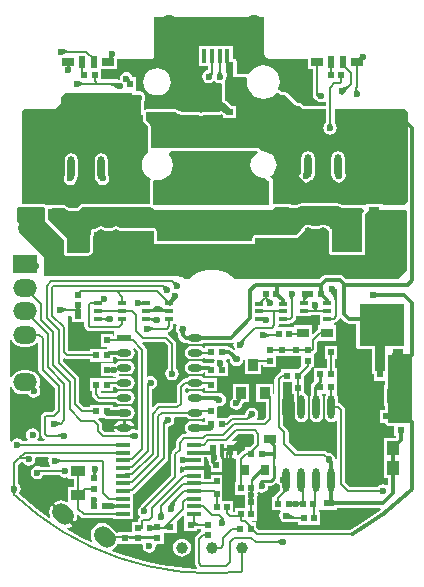
<source format=gtl>
%FSLAX25Y25*%
%MOIN*%
G70*
G01*
G75*
G04 Layer_Physical_Order=1*
G04 Layer_Color=255*
%ADD10C,0.00787*%
%ADD11C,0.01181*%
%ADD12C,0.00984*%
%ADD13R,0.01969X0.02362*%
%ADD14R,0.03937X0.03150*%
%ADD15R,0.03150X0.03543*%
%ADD16R,0.02756X0.01575*%
%ADD17R,0.02362X0.01969*%
%ADD18R,0.04724X0.03543*%
%ADD19R,0.03937X0.02756*%
%ADD20R,0.01969X0.03937*%
%ADD21R,0.02362X0.03937*%
%ADD22O,0.07874X0.05906*%
%ADD23R,0.07874X0.05906*%
%ADD24R,0.03937X0.04724*%
%ADD25R,0.03543X0.03937*%
%ADD26R,0.04921X0.02362*%
%ADD27O,0.04921X0.02362*%
%ADD28R,0.04724X0.03937*%
%ADD29R,0.03543X0.02362*%
%ADD30R,0.06299X0.04921*%
%ADD31O,0.02362X0.07874*%
%ADD32R,0.04724X0.01575*%
%ADD33O,0.02362X0.07874*%
%ADD34R,0.03400X0.10000*%
%ADD35R,0.03400X0.05000*%
%ADD36R,0.02362X0.03543*%
G04:AMPARAMS|DCode=37|XSize=59.06mil|YSize=78.74mil|CornerRadius=0mil|HoleSize=0mil|Usage=FLASHONLY|Rotation=45.000|XOffset=0mil|YOffset=0mil|HoleType=Round|Shape=Round|*
%AMOVALD37*
21,1,0.01969,0.05906,0.00000,0.00000,135.0*
1,1,0.05906,0.00696,-0.00696*
1,1,0.05906,-0.00696,0.00696*
%
%ADD37OVALD37*%

%ADD38R,0.01575X0.04921*%
%ADD39R,0.02362X0.05315*%
%ADD40C,0.01969*%
%ADD41C,0.03937*%
%ADD42C,0.05906*%
%ADD43R,0.06717X0.02806*%
%ADD44R,0.15106X0.14091*%
%ADD45R,0.12325X0.05909*%
%ADD46R,0.08728X0.04000*%
%ADD47R,0.07905X0.22706*%
%ADD48R,0.47900X0.06374*%
%ADD49R,0.06200X0.11200*%
%ADD50R,0.02400X0.07447*%
%ADD51R,0.11060X0.04191*%
%ADD52R,0.38700X0.08270*%
%ADD53R,0.31672X0.09600*%
%ADD54C,0.03937*%
%ADD55C,0.09843*%
%ADD56O,0.11811X0.09843*%
%ADD57C,0.05118*%
%ADD58O,0.04331X0.07087*%
%ADD59C,0.02362*%
G36*
X-11652Y-13487D02*
X-11848Y-13781D01*
X-12016Y-14626D01*
X-11848Y-15471D01*
X-11433Y-16093D01*
X-11414Y-16138D01*
Y-16792D01*
X-11414Y-16792D01*
X-11312Y-17304D01*
X-11292Y-17406D01*
X-10944Y-17927D01*
X-9935Y-18935D01*
X-9414Y-19283D01*
X-8800Y-19406D01*
X-8800Y-19406D01*
X-8060D01*
X-7698Y-19647D01*
X-6854Y-19815D01*
X-4294D01*
X-3449Y-19647D01*
X-3088Y-19406D01*
X6190D01*
X6190Y-19406D01*
X6702Y-19304D01*
X6804Y-19283D01*
X6869Y-19240D01*
X7285Y-19518D01*
X7184Y-20026D01*
X7352Y-20871D01*
X7768Y-21494D01*
X7382Y-21811D01*
X6931Y-21360D01*
X6410Y-21012D01*
X6308Y-20992D01*
X5795Y-20890D01*
X5795Y-20890D01*
X5242D01*
Y-20330D01*
X-2239D01*
Y-20925D01*
X-2717Y-21071D01*
X-2733Y-21046D01*
X-3449Y-20568D01*
X-4294Y-20400D01*
X-6854D01*
X-7698Y-20568D01*
X-8415Y-21046D01*
X-8893Y-21763D01*
X-9061Y-22608D01*
X-8893Y-23452D01*
X-8415Y-24169D01*
X-7698Y-24647D01*
X-6854Y-24815D01*
X-4294D01*
X-3449Y-24647D01*
X-2733Y-24169D01*
X-2717Y-24145D01*
X-2239Y-24290D01*
Y-24661D01*
X627D01*
X863Y-25102D01*
X760Y-25255D01*
X592Y-26100D01*
X481Y-26235D01*
X-283D01*
X-449Y-26124D01*
X-551Y-26104D01*
X-1063Y-26002D01*
X-1063Y-26002D01*
X-2800D01*
X-3449Y-25568D01*
X-4294Y-25400D01*
X-6854D01*
X-7698Y-25568D01*
X-8415Y-26046D01*
X-8893Y-26763D01*
X-9061Y-27608D01*
X-8893Y-28453D01*
X-8415Y-29169D01*
X-7698Y-29647D01*
X-6854Y-29815D01*
X-4294D01*
X-3449Y-29647D01*
X-2800Y-29213D01*
X-2239D01*
Y-30566D01*
X5242D01*
Y-26235D01*
X5119D01*
X5008Y-26100D01*
X4840Y-25255D01*
X4737Y-25102D01*
X4973Y-24661D01*
X5242D01*
X5242Y-24661D01*
Y-24661D01*
X5559Y-24529D01*
X5996Y-24967D01*
X6014Y-25011D01*
X6160Y-25745D01*
X6639Y-26461D01*
X7355Y-26940D01*
X8200Y-27108D01*
X9045Y-26940D01*
X9761Y-26461D01*
X10240Y-25745D01*
X10377Y-25054D01*
X10875Y-25103D01*
Y-29628D01*
X16387D01*
Y-26777D01*
X17158D01*
Y-27340D01*
X21488D01*
Y-23831D01*
X25588D01*
Y-23831D01*
X25868D01*
X25911Y-23873D01*
Y-23873D01*
X29848D01*
Y-27123D01*
X28836Y-28135D01*
X23145D01*
Y-28957D01*
X22917Y-29002D01*
X22461Y-29307D01*
X21265Y-30503D01*
X20960Y-30959D01*
X20853Y-31497D01*
Y-36196D01*
X20739Y-36243D01*
X20324Y-35965D01*
Y-33172D01*
X14812D01*
Y-39077D01*
X18112D01*
Y-44001D01*
X17042Y-45071D01*
X15197D01*
X14961Y-44630D01*
X15352Y-44045D01*
X15520Y-43200D01*
X15352Y-42355D01*
X14874Y-41639D01*
X14157Y-41160D01*
X13313Y-40992D01*
X12468Y-41160D01*
X11751Y-41639D01*
X11273Y-42355D01*
X11105Y-43200D01*
X10607Y-43299D01*
X6691D01*
X6153Y-43406D01*
X5697Y-43711D01*
X5073Y-44335D01*
X1698D01*
Y-40688D01*
X2085Y-40371D01*
X2486Y-40451D01*
X3331Y-40283D01*
X4047Y-39804D01*
X4525Y-39088D01*
X4693Y-38243D01*
X4525Y-37398D01*
X4047Y-36682D01*
X3331Y-36204D01*
X2486Y-36035D01*
X2252Y-36082D01*
X1850Y-36002D01*
X1850Y-36002D01*
X-370D01*
X-475Y-35988D01*
Y-36002D01*
X-2800D01*
X-3449Y-35568D01*
X-4294Y-35400D01*
X-6854D01*
X-7698Y-35568D01*
X-8415Y-36046D01*
X-8417Y-36050D01*
X-8895Y-35904D01*
Y-34582D01*
X-8476Y-34163D01*
X-8415Y-34169D01*
X-7698Y-34647D01*
X-6854Y-34815D01*
X-4294D01*
X-3449Y-34647D01*
X-2733Y-34169D01*
X-2717Y-34145D01*
X-2239Y-34290D01*
Y-35487D01*
X1698D01*
Y-31157D01*
X-2239D01*
Y-31203D01*
X-2629D01*
X-2733Y-31047D01*
X-3449Y-30568D01*
X-4294Y-30400D01*
X-6854D01*
X-7698Y-30568D01*
X-8415Y-31047D01*
X-8519Y-31203D01*
X-8908D01*
X-9445Y-31310D01*
X-9901Y-31614D01*
X-11293Y-33007D01*
X-11598Y-33462D01*
X-11705Y-34000D01*
Y-39018D01*
X-12118Y-39431D01*
X-17546D01*
X-18083Y-39538D01*
X-18539Y-39843D01*
X-19542Y-40845D01*
X-20004Y-40654D01*
Y-34729D01*
X-19555Y-34640D01*
X-18839Y-34161D01*
X-18360Y-33445D01*
X-18192Y-32600D01*
X-18360Y-31755D01*
X-18839Y-31039D01*
X-19555Y-30560D01*
X-20400Y-30392D01*
X-21245Y-30560D01*
X-21335Y-30620D01*
X-21776Y-30384D01*
Y-21610D01*
X-21882Y-21072D01*
X-22187Y-20617D01*
X-23248Y-19555D01*
X-23143Y-19025D01*
X-23138Y-19013D01*
X-16001D01*
X-14787Y-20227D01*
Y-28010D01*
X-14869Y-28065D01*
X-15348Y-28781D01*
X-15516Y-29626D01*
X-15348Y-30471D01*
X-14869Y-31187D01*
X-14153Y-31666D01*
X-13308Y-31834D01*
X-12463Y-31666D01*
X-11747Y-31187D01*
X-11269Y-30471D01*
X-11101Y-29626D01*
X-11269Y-28781D01*
X-11747Y-28065D01*
X-11977Y-27911D01*
Y-19645D01*
X-12084Y-19107D01*
X-12389Y-18651D01*
X-14426Y-16614D01*
X-14747Y-16400D01*
X-14649Y-15909D01*
X-14545Y-15889D01*
X-14089Y-15584D01*
X-13253Y-14748D01*
X-12949Y-14292D01*
X-12842Y-13754D01*
Y-13046D01*
X-11887D01*
X-11652Y-13487D01*
D02*
G37*
G36*
X-66628Y-18718D02*
X-65997Y-19540D01*
X-65175Y-20171D01*
X-64217Y-20568D01*
X-63189Y-20703D01*
X-61221D01*
X-60193Y-20568D01*
X-59235Y-20171D01*
X-58413Y-19540D01*
X-58288Y-19378D01*
X-57815Y-19539D01*
Y-28371D01*
X-57815Y-28371D01*
X-57815D01*
X-57708Y-28909D01*
X-57403Y-29365D01*
X-52386Y-34382D01*
Y-41357D01*
X-53365Y-42336D01*
X-55369D01*
X-55907Y-42443D01*
X-56363Y-42748D01*
X-56692Y-43077D01*
X-56997Y-43533D01*
X-57104Y-44070D01*
Y-49600D01*
X-56997Y-50138D01*
X-56692Y-50594D01*
X-55851Y-51435D01*
X-55785Y-51479D01*
X-55931Y-51957D01*
X-57949D01*
X-58185Y-51516D01*
X-57762Y-50884D01*
X-57594Y-50039D01*
X-57762Y-49194D01*
X-58241Y-48477D01*
X-58957Y-47999D01*
X-59802Y-47831D01*
X-60647Y-47999D01*
X-61363Y-48477D01*
X-61841Y-49194D01*
X-62010Y-50039D01*
X-61841Y-50884D01*
X-61419Y-51516D01*
X-61654Y-51957D01*
X-63217D01*
X-63322Y-51801D01*
X-64038Y-51322D01*
X-64883Y-51154D01*
X-65728Y-51322D01*
X-66444Y-51801D01*
X-66799Y-52332D01*
X-67277Y-52187D01*
Y-34180D01*
X-66787Y-34082D01*
X-66628Y-34466D01*
X-65997Y-35288D01*
X-65175Y-35919D01*
X-64217Y-36316D01*
X-63189Y-36451D01*
X-61353D01*
X-60990Y-36994D01*
X-60274Y-37473D01*
X-59429Y-37641D01*
X-58584Y-37473D01*
X-57868Y-36994D01*
X-57389Y-36278D01*
X-57222Y-35433D01*
X-57389Y-34588D01*
X-57663Y-34179D01*
X-57385Y-33508D01*
X-57249Y-32480D01*
X-57385Y-31453D01*
X-57781Y-30495D01*
X-58413Y-29672D01*
X-59235Y-29041D01*
X-60193Y-28645D01*
X-61221Y-28509D01*
X-63189D01*
X-64217Y-28645D01*
X-65175Y-29041D01*
X-65997Y-29672D01*
X-66628Y-30495D01*
X-66787Y-30878D01*
X-67277Y-30781D01*
Y-18432D01*
X-66787Y-18334D01*
X-66628Y-18718D01*
D02*
G37*
G36*
X-24585Y-22192D02*
Y-48056D01*
X-24972Y-48373D01*
X-25480Y-48272D01*
X-25590Y-48108D01*
X-32584D01*
X-32515Y-48453D01*
X-32428Y-48583D01*
X-32664Y-49023D01*
X-35790D01*
X-36695Y-48118D01*
Y-46600D01*
X-36802Y-46062D01*
X-37106Y-45606D01*
X-37905Y-44808D01*
X-37714Y-44346D01*
X-36020D01*
X-35857Y-44454D01*
X-35089Y-44607D01*
X-31381D01*
X-31320Y-44647D01*
X-30476Y-44815D01*
X-27916D01*
X-27072Y-44647D01*
X-26355Y-44169D01*
X-25877Y-43453D01*
X-25709Y-42608D01*
X-25877Y-41763D01*
X-26355Y-41047D01*
X-27072Y-40568D01*
X-27916Y-40400D01*
X-30476D01*
X-31320Y-40568D01*
X-31358Y-40593D01*
X-33144D01*
Y-40015D01*
X-40624D01*
Y-40775D01*
X-42751D01*
X-44261Y-39265D01*
Y-31530D01*
X-44368Y-30992D01*
X-44672Y-30536D01*
X-49690Y-25519D01*
Y-24659D01*
X-49228Y-24468D01*
X-49223Y-24473D01*
X-48767Y-24778D01*
X-48229Y-24884D01*
X-40624D01*
Y-25645D01*
X-33144D01*
Y-24213D01*
X-31970D01*
X-31320Y-24647D01*
X-30476Y-24815D01*
X-27916D01*
X-27072Y-24647D01*
X-26355Y-24169D01*
X-25877Y-23452D01*
X-25709Y-22608D01*
X-25877Y-21763D01*
X-26196Y-21285D01*
X-25809Y-20968D01*
X-24585Y-22192D01*
D02*
G37*
G36*
X36049Y-10487D02*
Y-13046D01*
X36049D01*
Y-13178D01*
X35695Y-13532D01*
X35301D01*
Y-14978D01*
X35124Y-15097D01*
X33795Y-16426D01*
X33333Y-16235D01*
Y-13532D01*
X27427D01*
Y-14161D01*
X22467D01*
X22150Y-13774D01*
X22222Y-13413D01*
Y-13189D01*
X26001D01*
Y-12822D01*
X26001D01*
X26539Y-12715D01*
X26995Y-12411D01*
X27585Y-11820D01*
X27890Y-11364D01*
X27997Y-10827D01*
Y-10487D01*
X28175D01*
Y-10487D01*
X32899D01*
Y-10121D01*
X36049D01*
Y-10487D01*
D02*
G37*
G36*
X-47105Y-10566D02*
X-46810Y-10624D01*
Y-12457D01*
X-42488D01*
Y-13791D01*
X-42488Y-13791D01*
X-42488D01*
X-42381Y-14328D01*
X-42076Y-14784D01*
X-41776Y-15084D01*
X-41320Y-15389D01*
X-40783Y-15495D01*
X-32641D01*
Y-17153D01*
X-33144D01*
Y-16393D01*
X-37081D01*
Y-20724D01*
X-35117D01*
X-35060Y-20913D01*
X-35357Y-21314D01*
X-40624D01*
Y-22075D01*
X-47647D01*
X-47918Y-21804D01*
Y-10553D01*
X-47477Y-10317D01*
X-47105Y-10566D01*
D02*
G37*
G36*
X-8415Y-44169D02*
X-7698Y-44647D01*
X-6854Y-44815D01*
X-4294D01*
X-3449Y-44647D01*
X-2733Y-44169D01*
X-2717Y-44145D01*
X-2239Y-44290D01*
Y-44335D01*
X-2240D01*
Y-45601D01*
X-3401D01*
X-3449Y-45568D01*
X-4294Y-45400D01*
X-6854D01*
X-7698Y-45568D01*
X-8415Y-46047D01*
X-8893Y-46763D01*
X-9061Y-47608D01*
X-8893Y-48453D01*
X-8415Y-49169D01*
X-8343Y-49217D01*
X-8488Y-49695D01*
X-9176D01*
X-9713Y-49802D01*
X-10169Y-50107D01*
X-11669Y-51607D01*
X-11974Y-52062D01*
X-12081Y-52600D01*
Y-54415D01*
X-13152Y-55487D01*
X-13457Y-55943D01*
X-13564Y-56481D01*
Y-63478D01*
X-23494Y-73407D01*
X-23677Y-73682D01*
X-24061Y-73939D01*
X-24540Y-74655D01*
X-24708Y-75500D01*
X-24540Y-76345D01*
X-24061Y-77061D01*
X-23993Y-77407D01*
X-23993D01*
X-23993Y-77407D01*
X-24294Y-77707D01*
X-24598Y-78162D01*
X-24705Y-78700D01*
Y-78960D01*
X-26665D01*
Y-82503D01*
X-26935D01*
Y-82503D01*
X-31265D01*
Y-82695D01*
X-31754D01*
X-32296Y-81988D01*
X-33688Y-80596D01*
X-34510Y-79965D01*
X-35468Y-79568D01*
X-36496Y-79433D01*
X-37524Y-79568D01*
X-38482Y-79965D01*
X-39304Y-80596D01*
X-39935Y-81419D01*
X-40332Y-82376D01*
X-40467Y-83404D01*
X-40332Y-84432D01*
X-39935Y-85390D01*
X-40366Y-85720D01*
X-43982Y-83959D01*
X-48240Y-81558D01*
X-48145Y-81067D01*
X-47876Y-81032D01*
X-46918Y-80635D01*
X-46496Y-80311D01*
X-49954Y-76854D01*
X-53411Y-73396D01*
X-53735Y-73818D01*
X-54132Y-74776D01*
X-54267Y-75804D01*
X-54132Y-76832D01*
X-53926Y-77329D01*
X-54319Y-77638D01*
X-58373Y-74655D01*
X-62766Y-70994D01*
X-64364Y-69489D01*
X-63905Y-68802D01*
X-63737Y-67957D01*
X-63905Y-67112D01*
X-64384Y-66396D01*
X-64540Y-66292D01*
Y-60136D01*
X-63635Y-59231D01*
X-62853D01*
X-62585Y-59632D01*
X-61869Y-60111D01*
X-61024Y-60279D01*
X-60179Y-60111D01*
X-59462Y-59632D01*
X-58984Y-58916D01*
X-58816Y-58071D01*
X-58887Y-57713D01*
X-58570Y-57326D01*
X-54517D01*
X-54281Y-57767D01*
X-54340Y-57855D01*
X-54508Y-58700D01*
X-54340Y-59545D01*
X-53866Y-60254D01*
X-54102Y-60695D01*
X-57153D01*
X-57355Y-60560D01*
X-58200Y-60392D01*
X-59045Y-60560D01*
X-59761Y-61039D01*
X-60240Y-61755D01*
X-60408Y-62600D01*
X-60240Y-63445D01*
X-59761Y-64161D01*
X-59045Y-64640D01*
X-58200Y-64808D01*
X-57355Y-64640D01*
X-56639Y-64161D01*
X-56200Y-63505D01*
X-50735D01*
X-50630Y-63661D01*
X-49914Y-64140D01*
X-49069Y-64308D01*
X-48224Y-64140D01*
X-47836Y-64347D01*
Y-64890D01*
X-45894D01*
Y-67252D01*
X-47836D01*
Y-72164D01*
X-48284Y-72385D01*
X-48311Y-72365D01*
X-49268Y-71968D01*
X-50296Y-71833D01*
X-51324Y-71968D01*
X-52281Y-72365D01*
X-52704Y-72689D01*
X-49246Y-76147D01*
X-45789Y-79604D01*
X-45465Y-79181D01*
X-45068Y-78224D01*
X-44933Y-77196D01*
X-44989Y-76767D01*
X-44541Y-76546D01*
X-43700Y-77387D01*
X-43244Y-77692D01*
X-42706Y-77798D01*
X-32846D01*
Y-78165D01*
X-26153D01*
Y-75606D01*
Y-73047D01*
Y-70488D01*
Y-69645D01*
X-26029Y-69621D01*
X-25573Y-69316D01*
X-15100Y-58843D01*
X-14796Y-58388D01*
X-14689Y-57850D01*
Y-47386D01*
X-13955Y-47240D01*
X-13239Y-46761D01*
X-12760Y-46045D01*
X-12592Y-45200D01*
X-12752Y-44399D01*
X-12434Y-44013D01*
X-8519D01*
X-8415Y-44169D01*
D02*
G37*
G36*
X21741Y-66042D02*
X22061Y-66522D01*
X22609Y-66888D01*
Y-67972D01*
X22714Y-68496D01*
X21026Y-70183D01*
X20722Y-70639D01*
X20692Y-70789D01*
X20051D01*
Y-75120D01*
X22822D01*
X23057Y-75561D01*
X22660Y-76155D01*
X22492Y-77000D01*
X22660Y-77845D01*
X23139Y-78561D01*
X23855Y-79040D01*
X24700Y-79208D01*
X25107Y-79127D01*
X25500Y-79205D01*
X26567D01*
X26631Y-79213D01*
Y-79205D01*
X28511D01*
X28532Y-79207D01*
D01*
X28532D01*
X28560Y-79235D01*
Y-79965D01*
X36040D01*
Y-75635D01*
X35757D01*
Y-75177D01*
X35757D01*
X35757Y-75054D01*
D01*
X36147D01*
Y-75054D01*
X41659D01*
Y-74495D01*
X56163D01*
X56319Y-74970D01*
X53241Y-77234D01*
X48488Y-80307D01*
X45955Y-81736D01*
X15765D01*
X14840Y-80811D01*
Y-79235D01*
X13562D01*
X13284Y-78819D01*
X13348Y-78665D01*
X15040D01*
Y-74665D01*
Y-71210D01*
X15157Y-71035D01*
X15325Y-70191D01*
X15157Y-69346D01*
X15112Y-69279D01*
X15313Y-69078D01*
X15525Y-68965D01*
X15772Y-69130D01*
X16617Y-69298D01*
X17462Y-69130D01*
X18178Y-68652D01*
X18657Y-67935D01*
X18825Y-67091D01*
X18970Y-66914D01*
X19699D01*
X20275Y-66799D01*
X20764Y-66473D01*
X21243Y-65993D01*
X21741Y-66042D01*
D02*
G37*
G36*
X-9224Y-77028D02*
Y-78160D01*
X-9265D01*
Y-82097D01*
X-4935D01*
Y-81533D01*
X-3811D01*
X-3666Y-82012D01*
X-4065Y-82278D01*
X-5393Y-83607D01*
X-5698Y-84062D01*
X-5805Y-84600D01*
Y-92700D01*
X-5805Y-92700D01*
X-5805D01*
X-5698Y-93238D01*
X-5393Y-93693D01*
X-4896Y-94191D01*
X-5094Y-94650D01*
X-5699Y-94631D01*
X-11395Y-94114D01*
X-17049Y-93253D01*
X-22641Y-92053D01*
X-28150Y-90517D01*
X-33200Y-88775D01*
X-33215Y-88275D01*
X-33119Y-88235D01*
X-32296Y-87604D01*
X-31665Y-86782D01*
X-31524Y-86440D01*
X-31265D01*
Y-86440D01*
X-26935D01*
Y-86440D01*
X-26935D01*
X-26935Y-86440D01*
X-26665D01*
Y-86440D01*
X-23371D01*
X-23053Y-86827D01*
X-23108Y-87100D01*
X-22940Y-87945D01*
X-22461Y-88661D01*
X-21745Y-89140D01*
X-20900Y-89308D01*
X-20055Y-89140D01*
X-19339Y-88661D01*
X-18860Y-87945D01*
X-18692Y-87100D01*
X-18767Y-86727D01*
X-18449Y-86340D01*
X-16135D01*
Y-82797D01*
Y-82697D01*
X-16065D01*
Y-82697D01*
X-11735D01*
Y-78886D01*
X-9686Y-76837D01*
X-9224Y-77028D01*
D02*
G37*
G36*
X44456Y-12461D02*
X44456Y-12461D01*
X44977Y-12809D01*
X45079Y-12830D01*
X45592Y-12932D01*
X45592Y-12932D01*
X48010D01*
Y-20391D01*
X48087Y-20775D01*
X48304Y-21100D01*
X48630Y-21318D01*
X49014Y-21394D01*
X53435D01*
Y-29885D01*
X53954D01*
Y-31972D01*
X57841D01*
Y-33562D01*
X57498D01*
Y-40255D01*
X57841D01*
Y-41633D01*
X55923D01*
Y-45964D01*
X57841D01*
X57917Y-46348D01*
X58135Y-46673D01*
X58461Y-46891D01*
X58845Y-46967D01*
X60844D01*
Y-50491D01*
X61404D01*
Y-50991D01*
X61329Y-51065D01*
X57301D01*
Y-57758D01*
X57456D01*
Y-64394D01*
X58648D01*
Y-66666D01*
X58207Y-66902D01*
X57845Y-66660D01*
X57000Y-66492D01*
X56155Y-66660D01*
X55439Y-67139D01*
X55335Y-67295D01*
X45882D01*
X44405Y-65818D01*
Y-41900D01*
X44298Y-41362D01*
X43993Y-40907D01*
X42900Y-39814D01*
X42445Y-39509D01*
X42399Y-39500D01*
X42025Y-39426D01*
Y-38051D01*
X41857Y-37206D01*
X41533Y-36722D01*
X41533Y-36265D01*
X41533D01*
Y-31972D01*
X41606D01*
Y-27641D01*
X41095D01*
Y-24661D01*
X41659D01*
Y-20330D01*
X37722D01*
Y-24661D01*
X38285D01*
Y-27641D01*
X34179D01*
Y-27417D01*
X34179D01*
Y-23873D01*
Y-22986D01*
X34311Y-22898D01*
X34311Y-22898D01*
X34311Y-22898D01*
X34711Y-22498D01*
X35015Y-22042D01*
X35122Y-21505D01*
X35122Y-21505D01*
X35122Y-21505D01*
Y-21505D01*
Y-19072D01*
X35545Y-18650D01*
X41207D01*
Y-13532D01*
X40773D01*
Y-13046D01*
X40773D01*
Y-12649D01*
X41155Y-12573D01*
X41611Y-12268D01*
X42511Y-11368D01*
X42591Y-11248D01*
X42695Y-11179D01*
X43131Y-11136D01*
X44456Y-12461D01*
D02*
G37*
G36*
X34126Y-27641D02*
X34126Y-27641D01*
X34126Y-27641D01*
Y-31935D01*
X34053D01*
Y-32303D01*
X33449Y-32907D01*
X33123Y-33396D01*
X33008Y-33972D01*
Y-36861D01*
X32778Y-37206D01*
X32609Y-38051D01*
Y-43563D01*
X32778Y-44408D01*
X33256Y-45124D01*
X33972Y-45603D01*
X34817Y-45771D01*
X35662Y-45603D01*
X36378Y-45124D01*
X36857Y-44408D01*
X37025Y-43563D01*
Y-38051D01*
X36857Y-37206D01*
X36523Y-36706D01*
X36759Y-36265D01*
X37876D01*
X38111Y-36706D01*
X37777Y-37206D01*
X37609Y-38051D01*
Y-43563D01*
X37777Y-44408D01*
X38256Y-45124D01*
X38972Y-45603D01*
X39817Y-45771D01*
X40662Y-45603D01*
X41154Y-45274D01*
X41595Y-45510D01*
Y-58099D01*
X41098Y-58148D01*
X40940Y-57355D01*
X40461Y-56639D01*
X39745Y-56160D01*
X38900Y-55992D01*
X38716Y-56029D01*
X38394Y-55707D01*
X37938Y-55402D01*
X37400Y-55295D01*
X28382D01*
X25563Y-52476D01*
Y-49200D01*
X25456Y-48662D01*
X25152Y-48206D01*
X23663Y-46718D01*
Y-32465D01*
X26803D01*
Y-36544D01*
X27367D01*
Y-38254D01*
X27474Y-38792D01*
X27609Y-38995D01*
Y-43563D01*
X27777Y-44408D01*
X28256Y-45124D01*
X28972Y-45603D01*
X29817Y-45771D01*
X30662Y-45603D01*
X31378Y-45124D01*
X31857Y-44408D01*
X32025Y-43563D01*
Y-38051D01*
X31857Y-37206D01*
X31378Y-36490D01*
X30740Y-36064D01*
Y-32213D01*
X30626D01*
Y-30318D01*
X33007Y-27937D01*
X33311Y-27482D01*
X33324Y-27417D01*
X34126D01*
Y-27641D01*
D02*
G37*
G36*
X13995Y-50182D02*
Y-52903D01*
X12730Y-54168D01*
X11154D01*
Y-54941D01*
X10679Y-55036D01*
X10223Y-55340D01*
X8656Y-56907D01*
X8194Y-56716D01*
Y-55476D01*
X6529D01*
Y-57731D01*
X6928D01*
X8167Y-57978D01*
Y-65605D01*
X7604D01*
Y-69936D01*
X10701D01*
X10909Y-70191D01*
X11078Y-71035D01*
X11103Y-71074D01*
Y-74335D01*
X7560D01*
Y-75795D01*
X7040D01*
Y-71935D01*
X3497D01*
Y-71865D01*
X3497D01*
Y-67665D01*
Y-63335D01*
X-440D01*
Y-64752D01*
X-2531D01*
Y-61827D01*
X-9224D01*
Y-62200D01*
X-9730Y-62300D01*
X-10186Y-62605D01*
X-10292Y-62712D01*
X-10754Y-62520D01*
Y-60772D01*
X-10368Y-60455D01*
X-9600Y-60608D01*
X-8755Y-60440D01*
X-8474Y-60252D01*
X-2531D01*
Y-57693D01*
Y-57527D01*
X-1648D01*
Y-57731D01*
X-1501D01*
X-1340Y-58545D01*
X-1089Y-58921D01*
Y-59215D01*
X-1089Y-59215D01*
X-986Y-59727D01*
X-966Y-59829D01*
X-618Y-60350D01*
X-618Y-60350D01*
X-618Y-60350D01*
X-618Y-60350D01*
Y-60350D01*
X-467Y-60501D01*
Y-62365D01*
X3470D01*
Y-58034D01*
X3182D01*
X2908Y-57700D01*
X2740Y-56855D01*
X2682Y-56770D01*
Y-53231D01*
X3864D01*
Y-54476D01*
X8194D01*
Y-52220D01*
X6826D01*
X6635Y-51758D01*
X8540Y-49852D01*
X13665D01*
X13995Y-50182D01*
D02*
G37*
G36*
X11739Y68774D02*
X11580Y67562D01*
X11769Y66123D01*
X12325Y64783D01*
X13208Y63631D01*
X14359Y62748D01*
X15700Y62192D01*
X17139Y62003D01*
X18578Y62192D01*
X19919Y62748D01*
X21070Y63631D01*
X21238Y63850D01*
X22152D01*
X22191Y63834D01*
X22197Y63832D01*
X22251Y63752D01*
X22321Y63682D01*
X22376Y63599D01*
X22458Y63545D01*
X22528Y63475D01*
X22619Y63437D01*
X22701Y63382D01*
X22798Y63363D01*
X22889Y63325D01*
X22988D01*
X23085Y63305D01*
X24203D01*
X24294Y63287D01*
X24372Y63236D01*
X27529Y60079D01*
X27611Y60024D01*
X27681Y59954D01*
X27888Y59815D01*
X27994Y59771D01*
X28250Y59665D01*
X28495Y59617D01*
X28594D01*
X28691Y59597D01*
X29232D01*
X29323Y59579D01*
X29401Y59527D01*
X29903Y59026D01*
X30056Y58872D01*
X30014Y58732D01*
X38000D01*
Y53942D01*
X37713Y53823D01*
X37026Y52165D01*
X37713Y50508D01*
X39370Y49822D01*
X41027Y50508D01*
X41714Y52165D01*
X41027Y53823D01*
X40983Y53841D01*
Y58732D01*
X64170D01*
X65470Y57432D01*
Y28032D01*
X64970Y27532D01*
X64170Y26732D01*
X56907D01*
Y26969D01*
X51395D01*
Y26732D01*
X50070D01*
X49970Y26632D01*
X49926Y26588D01*
X49831Y26607D01*
X49765Y26593D01*
X43815D01*
X43636Y26629D01*
X42537Y27084D01*
X42375D01*
X41999Y27240D01*
X29767D01*
X29391Y27084D01*
X29230D01*
X28130Y26629D01*
X27952Y26593D01*
X26500D01*
X26427Y26608D01*
X26395Y26629D01*
Y26969D01*
X25860D01*
X25798Y27010D01*
X25691Y26989D01*
X25590Y27030D01*
X21188D01*
X21039Y26969D01*
X20883D01*
Y26969D01*
X20633Y26969D01*
X20270Y27332D01*
X20265Y27336D01*
Y34800D01*
X19953Y35553D01*
X19437Y35767D01*
Y36267D01*
X20454Y36689D01*
X21827Y40003D01*
X20454Y43318D01*
X17139Y44691D01*
X16695Y44507D01*
X16070Y45132D01*
X15770Y45432D01*
X-20335D01*
Y52780D01*
X-20392Y52920D01*
X-20373Y53015D01*
X-20380Y53047D01*
X-20479Y53196D01*
X-20514Y53372D01*
X-20532Y53399D01*
X-20614Y53454D01*
X-20647Y53534D01*
X-20647D01*
X-20671Y53593D01*
X-20825Y53746D01*
X-22047Y54969D01*
Y57432D01*
X-11873D01*
X-11840Y57352D01*
X-10183Y56666D01*
X-9983Y56748D01*
X-9708Y56635D01*
X-7849D01*
X-7683Y56566D01*
X-7516Y56635D01*
X-4685D01*
X-3708Y56230D01*
X-2732Y56635D01*
X9D01*
X417Y56466D01*
X825Y56635D01*
X2617D01*
X3136Y56850D01*
X3552Y56572D01*
Y55543D01*
X7882D01*
Y56932D01*
X7894D01*
Y57450D01*
Y58184D01*
X7882Y58196D01*
Y58477D01*
Y59480D01*
X6697D01*
X6606Y59498D01*
X6528Y59550D01*
X4829Y61250D01*
X4347Y61731D01*
X4295Y61809D01*
X4277Y61900D01*
Y63150D01*
Y66938D01*
Y67997D01*
X4657Y68565D01*
X4773Y69150D01*
X11410D01*
X11739Y68774D01*
D02*
G37*
G36*
X15300Y44041D02*
X15275Y43919D01*
X14955Y43786D01*
X14050Y43092D01*
X13356Y42187D01*
X12920Y41134D01*
X12771Y40003D01*
X12920Y38873D01*
X13356Y37819D01*
X14050Y36914D01*
X14955Y36220D01*
X16008Y35784D01*
X17139Y35635D01*
X17505Y35683D01*
X17600Y35600D01*
Y35600D01*
X17600Y35600D01*
X18400Y34800D01*
X16300Y32700D01*
Y30000D01*
X15937Y29637D01*
X-15292D01*
X-19500Y33845D01*
Y34634D01*
X-19124Y34963D01*
X-18194Y34841D01*
X-16858Y35017D01*
X-15613Y35532D01*
X-14544Y36353D01*
X-13723Y37422D01*
X-13208Y38667D01*
X-13032Y40003D01*
X-13208Y41339D01*
X-13723Y42584D01*
X-14257Y43280D01*
Y43917D01*
X-13746Y44428D01*
X14983D01*
X15300Y44041D01*
D02*
G37*
G36*
X17378Y77340D02*
X17378Y77340D01*
X17378D01*
X17485Y76802D01*
X17790Y76346D01*
X18432Y75704D01*
X18888Y75399D01*
X19425Y75292D01*
X32098D01*
X32145Y75253D01*
Y71823D01*
X33693D01*
Y63252D01*
X33800Y62714D01*
X34105Y62259D01*
X34703Y61661D01*
X34856Y61431D01*
X35572Y60952D01*
X36417Y60784D01*
X37262Y60952D01*
X37646Y61209D01*
X38087Y60973D01*
Y59806D01*
X38000Y59735D01*
X30612D01*
X30041Y60307D01*
X29715Y60525D01*
X29331Y60601D01*
X28691D01*
X28446Y60650D01*
X28238Y60788D01*
X25012Y64015D01*
X24686Y64233D01*
X24302Y64309D01*
X23085D01*
X22918Y64559D01*
X22592Y64777D01*
X22387Y64818D01*
X22151Y65259D01*
X22509Y66123D01*
X22698Y67562D01*
X22509Y69001D01*
X21954Y70342D01*
X21070Y71493D01*
X19919Y72377D01*
X18578Y72932D01*
X17139Y73122D01*
X15700Y72932D01*
X14359Y72377D01*
X13208Y71493D01*
X12325Y70342D01*
X12222Y70095D01*
X12153Y70109D01*
X11929Y70153D01*
X11929Y70153D01*
X11929Y70153D01*
X8203D01*
Y74400D01*
X8127Y74784D01*
X7910Y75110D01*
X7584Y75327D01*
X7200Y75403D01*
X6890D01*
Y79691D01*
X-4331D01*
Y72801D01*
X-1388D01*
Y71557D01*
X-1928Y71449D01*
X-2644Y70971D01*
X-3122Y70254D01*
X-3291Y69410D01*
X-3122Y68565D01*
X-2644Y67848D01*
X-1928Y67370D01*
X-1083Y67202D01*
X-238Y67370D01*
X478Y67848D01*
X517Y67906D01*
X1017D01*
X1056Y67848D01*
X1772Y67370D01*
X2617Y67202D01*
X2887Y67255D01*
X3274Y66938D01*
Y63150D01*
Y61801D01*
X3337Y61481D01*
X3350Y61417D01*
X3568Y61091D01*
X4119Y60540D01*
X5889Y58771D01*
X6214Y58553D01*
X6598Y58477D01*
X6879D01*
Y58196D01*
X6890Y58139D01*
Y57450D01*
Y56989D01*
X6879Y56932D01*
Y56547D01*
X4555D01*
Y56572D01*
X4536Y56669D01*
Y56768D01*
X4498Y56859D01*
X4479Y56956D01*
X4424Y57038D01*
X4386Y57129D01*
X4316Y57199D01*
X4261Y57281D01*
X4179Y57336D01*
X4109Y57406D01*
X3694Y57684D01*
X3602Y57722D01*
X3520Y57777D01*
X3423Y57796D01*
X3332Y57834D01*
X3233D01*
X3136Y57853D01*
X3039Y57834D01*
X2940D01*
X2849Y57796D01*
X2752Y57777D01*
X2417Y57638D01*
X825D01*
X441Y57562D01*
X417Y57552D01*
X393Y57562D01*
X9Y57638D01*
X-2732D01*
X-3116Y57562D01*
X-3708Y57316D01*
X-4301Y57562D01*
X-4685Y57638D01*
X-7516D01*
X-7683Y57605D01*
X-7849Y57638D01*
X-9509D01*
X-9599Y57676D01*
X-9983Y57752D01*
X-10118Y57725D01*
X-11230Y58186D01*
X-11271Y58213D01*
X-11489Y58359D01*
X-11873Y58435D01*
X-22047D01*
X-22182Y58408D01*
X-22569Y58726D01*
Y61243D01*
X-22360Y61555D01*
X-22192Y62400D01*
X-22360Y63245D01*
X-22569Y63557D01*
Y64220D01*
X-23227D01*
X-23555Y64440D01*
X-24400Y64608D01*
X-25007Y64487D01*
X-25394Y64804D01*
Y69095D01*
X-26408D01*
X-26504Y69574D01*
X-26982Y70290D01*
X-27698Y70769D01*
X-28543Y70937D01*
X-29388Y70769D01*
X-30104Y70290D01*
X-30583Y69574D01*
X-30751Y68729D01*
X-30741Y68679D01*
X-31095Y68325D01*
X-31626Y68431D01*
X-32843D01*
X-32935Y68443D01*
Y68431D01*
X-34794D01*
X-34836Y68435D01*
Y68431D01*
X-37141D01*
Y71823D01*
X-31701D01*
Y75333D01*
X-31613Y75392D01*
X-31260Y75580D01*
X-30840Y75299D01*
X-30302Y75192D01*
X-20602D01*
X-20595Y75194D01*
X-20587Y75192D01*
X-20049Y75299D01*
X-19594Y75604D01*
X-19289Y76060D01*
X-19182Y76597D01*
Y89279D01*
X-10069D01*
X-10033Y87944D01*
X-10033Y87935D01*
Y87935D01*
D01*
D01*
X-10033Y87935D01*
X-10032Y87913D01*
X-10022Y87924D01*
X-10022D01*
X-10010Y87935D01*
X-10010D01*
Y88926D01*
X-9657Y89279D01*
X17378D01*
Y77340D01*
D02*
G37*
G36*
X-26778Y57093D02*
X-26378Y56693D01*
X-24978Y55293D01*
X-24590Y54905D01*
Y54493D01*
X-23078D01*
X-21578Y52993D01*
X-21425Y52839D01*
X-21418Y52807D01*
X-21400Y52780D01*
Y43994D01*
X-21844Y43653D01*
X-22665Y42584D01*
X-23180Y41339D01*
X-23356Y40003D01*
X-23180Y38667D01*
X-22665Y37422D01*
X-21844Y36353D01*
X-20775Y35532D01*
X-20457Y35401D01*
X-20534Y35017D01*
Y26805D01*
X-43400D01*
X-43938Y26698D01*
X-44394Y26393D01*
X-44698Y25938D01*
X-44745Y25699D01*
X-47702D01*
X-48194Y26077D01*
X-49152Y26474D01*
X-50180Y26609D01*
X-51207Y26474D01*
X-51240Y26460D01*
X-55223D01*
X-55262Y26501D01*
X-55274Y26510D01*
X-55331Y26570D01*
X-55399Y26619D01*
X-55410Y26630D01*
X-55422Y26639D01*
X-55430Y26643D01*
X-55504Y26717D01*
X-55581Y26749D01*
X-55650Y26798D01*
X-55752Y26821D01*
X-55759Y26826D01*
X-55773Y26832D01*
X-55788Y26835D01*
X-55866Y26867D01*
X-55947Y26883D01*
X-55961Y26889D01*
X-55986Y26894D01*
X-56085Y26894D01*
X-56182Y26913D01*
X-63478D01*
Y57693D01*
X-63278Y57893D01*
X-62478Y58693D01*
X-52178D01*
X-50978Y59893D01*
X-50378Y60493D01*
Y61493D01*
Y62293D01*
X-49878Y62793D01*
X-48778Y63893D01*
X-30703D01*
X-30700Y63892D01*
X-30697Y63893D01*
X-26778D01*
Y57093D01*
D02*
G37*
G36*
X43326Y25604D02*
X43710Y25528D01*
X49870D01*
X50038Y25562D01*
X50500Y25100D01*
X50717Y24883D01*
Y24718D01*
X50287Y24260D01*
X50191Y24107D01*
X50090Y23956D01*
X50087Y23941D01*
X50079Y23928D01*
X50049Y23750D01*
X50014Y23572D01*
Y10861D01*
X40021D01*
Y18048D01*
X39985Y18225D01*
X39955Y18404D01*
X39947Y18417D01*
X39944Y18432D01*
X39844Y18582D01*
X39748Y18736D01*
X39423Y19081D01*
X39410Y19090D01*
X39402Y19103D01*
X39216Y19289D01*
X38890Y19506D01*
X38506Y19583D01*
X38208D01*
X37732Y19900D01*
X36887Y20068D01*
X36042Y19900D01*
X35567Y19583D01*
X33208D01*
X32732Y19900D01*
X31887Y20068D01*
X31042Y19900D01*
X30326Y19422D01*
X29848Y18706D01*
X29791Y18422D01*
X28787Y17355D01*
D01*
X28084Y16608D01*
X14492D01*
X14108Y16532D01*
X13783Y16314D01*
X13565Y15989D01*
X13489Y15605D01*
Y14599D01*
X13472Y14516D01*
X13390Y14500D01*
X-18085D01*
X-18184Y14520D01*
Y17684D01*
X-18422Y17922D01*
Y17942D01*
X-18499Y18326D01*
X-18716Y18651D01*
X-19042Y18869D01*
X-19426Y18945D01*
X-30536D01*
X-31008Y19261D01*
X-31853Y19429D01*
X-32698Y19261D01*
X-33170Y18945D01*
X-35535D01*
X-36008Y19261D01*
X-36853Y19429D01*
X-37698Y19261D01*
X-38292Y18864D01*
X-39450Y18711D01*
X-39513Y18690D01*
X-39579Y18686D01*
X-39696Y18628D01*
X-39821Y18586D01*
X-39871Y18542D01*
X-39930Y18513D01*
X-40016Y18414D01*
X-40115Y18327D01*
X-40144Y18268D01*
X-40188Y18218D01*
X-40230Y18094D01*
X-40288Y17976D01*
X-40293Y17910D01*
X-40314Y17848D01*
X-40432Y16951D01*
X-40572Y16612D01*
X-40649Y16228D01*
Y11808D01*
X-40767Y11213D01*
Y11180D01*
X-41380Y10567D01*
X-48192D01*
Y12736D01*
Y14556D01*
X-48227Y14733D01*
X-48257Y14911D01*
X-48265Y14924D01*
X-48268Y14940D01*
X-48369Y15090D01*
X-48465Y15243D01*
X-54752Y21923D01*
X-54752Y21923D01*
X-54779Y21952D01*
Y25126D01*
X-54317Y25317D01*
X-54000Y25000D01*
X-54008Y24988D01*
D01*
X-54200Y24700D01*
X-53950Y24950D01*
X-53950Y24950D01*
X-53940Y24960D01*
X-53940D01*
X-53750Y25150D01*
D01*
X-53600Y25300D01*
X-53600D01*
Y25300D01*
D01*
X-53600Y25300D01*
D01*
X-53444Y25456D01*
X-51240D01*
X-51240D01*
X-51240D01*
X-51116Y25481D01*
X-51076Y25479D01*
X-50180Y25597D01*
X-49414Y25496D01*
X-48700Y25200D01*
X-48313Y24903D01*
X-48196Y24845D01*
X-48087Y24772D01*
X-48022Y24759D01*
X-47962Y24730D01*
X-47831Y24722D01*
X-47702Y24696D01*
X-44745D01*
X-44649Y24715D01*
X-44550D01*
X-44458Y24753D01*
X-44361Y24772D01*
X-44279Y24827D01*
X-44188Y24865D01*
X-44118Y24935D01*
X-44036Y24990D01*
X-43981Y25072D01*
X-43911Y25142D01*
X-43873Y25233D01*
X-43818Y25315D01*
X-43799Y25412D01*
X-43761Y25504D01*
X-43753Y25546D01*
X-43670Y25670D01*
X-43546Y25753D01*
X-43301Y25801D01*
X-20534D01*
X-20237Y25861D01*
X-20210Y25820D01*
X-19939Y25639D01*
X-19400Y25100D01*
X-19300Y25000D01*
X20223D01*
X21188Y25965D01*
X25590D01*
X25686Y25822D01*
X26011Y25604D01*
X26395Y25528D01*
X28057D01*
D01*
X28057D01*
X28441Y25604D01*
X29637Y26100D01*
X42129D01*
X43326Y25604D01*
D02*
G37*
G36*
X-56157Y25905D02*
X-56143Y25899D01*
X-56062Y25883D01*
X-56005Y25822D01*
X-55992Y25813D01*
X-55783Y25591D01*
Y21554D01*
X-55483Y21235D01*
X-49195Y14556D01*
Y12736D01*
Y9350D01*
X-48883Y9018D01*
X-48683Y8805D01*
X-40683D01*
X-39983Y9549D01*
X-39783Y9762D01*
Y10718D01*
Y11017D01*
X-39645Y11709D01*
Y16228D01*
X-39454Y16689D01*
X-39319Y17717D01*
X-37609Y17942D01*
X-19426D01*
Y13594D01*
X-18599D01*
X-18568Y13573D01*
X-18184Y13497D01*
X13489D01*
X13873Y13573D01*
X14198Y13790D01*
X14416Y14116D01*
X14492Y14500D01*
Y15605D01*
X28517D01*
X29517Y16667D01*
X31317Y18579D01*
X38506D01*
X38692Y18393D01*
X39017Y18048D01*
Y10399D01*
X39917Y9443D01*
X50417D01*
X50717Y9762D01*
X51017Y10080D01*
Y10293D01*
Y23572D01*
X52317Y24953D01*
X64802D01*
X65144Y24590D01*
Y4797D01*
X62417Y1900D01*
X44784D01*
X43827Y2857D01*
X43306Y3205D01*
X43204Y3225D01*
X42692Y3327D01*
X42692Y3327D01*
X37959D01*
X37959Y3327D01*
X37345Y3205D01*
X37172Y3089D01*
X36823Y2857D01*
X36823Y2857D01*
X35867Y1900D01*
X7704D01*
X6517Y2914D01*
X5037Y3821D01*
X3434Y4485D01*
X1747Y4890D01*
X17Y5026D01*
X-1713Y4890D01*
X-3400Y4485D01*
X-5003Y3821D01*
X-6482Y2914D01*
X-7670Y1900D01*
X-9183D01*
X-11083Y3918D01*
X-11183Y3812D01*
X-22183D01*
X-23483Y5193D01*
X-24583Y6362D01*
X-27983D01*
X-28983Y5300D01*
X-29183Y5087D01*
X-51683D01*
X-52783Y6256D01*
X-52983Y6468D01*
Y11992D01*
Y12736D01*
X-53383Y13161D01*
X-53726Y13526D01*
X-57226D01*
X-57883Y14223D01*
Y18048D01*
Y18154D01*
X-58783Y19110D01*
X-60183Y20598D01*
X-64383D01*
X-64883Y21129D01*
Y25591D01*
X-64583Y25909D01*
X-56182D01*
X-56157Y25905D01*
D02*
G37*
%LPC*%
G36*
X5529Y-55476D02*
X3864D01*
Y-57731D01*
X5529D01*
Y-55476D01*
D02*
G37*
G36*
X-46853Y43839D02*
X-47698Y43670D01*
X-48414Y43192D01*
X-48893Y42476D01*
X-49061Y41631D01*
Y36586D01*
X-49267Y36278D01*
X-49435Y35433D01*
X-49267Y34588D01*
X-48788Y33872D01*
X-48072Y33393D01*
X-47227Y33225D01*
X-46382Y33393D01*
X-45666Y33872D01*
X-45187Y34588D01*
X-45151Y34768D01*
X-44813Y35274D01*
X-44645Y36119D01*
Y41631D01*
X-44813Y42476D01*
X-45292Y43192D01*
X-46008Y43670D01*
X-46853Y43839D01*
D02*
G37*
G36*
X-10000Y-84620D02*
X-10771Y-84722D01*
X-11489Y-85019D01*
X-12106Y-85492D01*
X-12579Y-86109D01*
X-12877Y-86828D01*
X-12978Y-87598D01*
X-12877Y-88369D01*
X-12579Y-89087D01*
X-12106Y-89704D01*
X-11489Y-90178D01*
X-10771Y-90475D01*
X-10000Y-90577D01*
X-9229Y-90475D01*
X-8511Y-90178D01*
X-7894Y-89704D01*
X-7421Y-89087D01*
X-7123Y-88369D01*
X-7022Y-87598D01*
X-7123Y-86828D01*
X-7421Y-86109D01*
X-7894Y-85492D01*
X-8511Y-85019D01*
X-9229Y-84722D01*
X-10000Y-84620D01*
D02*
G37*
G36*
X-18294Y72129D02*
X-19476Y71973D01*
X-20577Y71517D01*
X-21523Y70791D01*
X-22249Y69845D01*
X-22705Y68744D01*
X-22861Y67562D01*
X-22705Y66380D01*
X-22249Y65279D01*
X-21523Y64333D01*
X-20577Y63607D01*
X-19476Y63151D01*
X-18294Y62995D01*
X-17112Y63151D01*
X-16011Y63607D01*
X-15065Y64333D01*
X-14339Y65279D01*
X-13883Y66380D01*
X-13727Y67562D01*
X-13883Y68744D01*
X-14339Y69845D01*
X-15065Y70791D01*
X-16011Y71517D01*
X-17112Y71973D01*
X-18294Y72129D01*
D02*
G37*
G36*
X-29696Y-45400D02*
X-30476D01*
X-31320Y-45568D01*
X-32037Y-46047D01*
X-32515Y-46763D01*
X-32584Y-47108D01*
X-29696D01*
Y-45400D01*
D02*
G37*
G36*
X12449Y-33172D02*
X6938D01*
Y-37667D01*
X6531Y-37939D01*
X6052Y-38655D01*
X5884Y-39500D01*
X6052Y-40345D01*
X6531Y-41061D01*
X7247Y-41540D01*
X8092Y-41708D01*
X8937Y-41540D01*
X9653Y-41061D01*
X10131Y-40345D01*
X10300Y-39500D01*
X10292Y-39464D01*
X10610Y-39077D01*
X12449D01*
Y-33172D01*
D02*
G37*
G36*
X31887Y44614D02*
X30230Y43927D01*
X29544Y42270D01*
Y37320D01*
X29169Y36417D01*
X29856Y34760D01*
X31513Y34074D01*
X33171Y34760D01*
X33263Y34985D01*
X33545Y35101D01*
X34231Y36758D01*
Y42270D01*
X33545Y43927D01*
X31887Y44614D01*
D02*
G37*
G36*
X-36853Y43839D02*
X-37698Y43670D01*
X-38414Y43192D01*
X-38893Y42476D01*
X-39061Y41631D01*
Y36119D01*
X-38893Y35274D01*
X-38442Y34600D01*
X-38440Y34588D01*
X-37961Y33872D01*
X-37245Y33393D01*
X-36400Y33225D01*
X-35555Y33393D01*
X-34839Y33872D01*
X-34360Y34588D01*
X-34192Y35433D01*
X-34360Y36278D01*
X-34645Y36704D01*
Y41631D01*
X-34813Y42476D01*
X-35292Y43192D01*
X-36008Y43670D01*
X-36853Y43839D01*
D02*
G37*
G36*
X-27916Y-45400D02*
X-28696D01*
Y-47108D01*
X-25808D01*
X-25877Y-46763D01*
X-26355Y-46047D01*
X-27072Y-45568D01*
X-27916Y-45400D01*
D02*
G37*
G36*
Y-25400D02*
X-30476D01*
X-31320Y-25568D01*
X-32037Y-26046D01*
X-32191Y-26278D01*
X-32618Y-26193D01*
X-33083Y-26285D01*
X-33144Y-26235D01*
Y-26235D01*
X-37081D01*
Y-30566D01*
X-33144D01*
Y-30566D01*
X-33083Y-30516D01*
X-32618Y-30609D01*
X-32114Y-30508D01*
X-31998Y-30787D01*
X-32276Y-31203D01*
X-33144D01*
Y-31157D01*
X-40624D01*
Y-35487D01*
X-40061D01*
Y-36472D01*
X-40061Y-36472D01*
X-40061D01*
X-39954Y-37009D01*
X-39650Y-37465D01*
X-38513Y-38601D01*
X-38058Y-38906D01*
X-37520Y-39013D01*
X-32141D01*
X-32037Y-39169D01*
X-31320Y-39647D01*
X-30476Y-39815D01*
X-27916D01*
X-27072Y-39647D01*
X-26355Y-39169D01*
X-25877Y-38453D01*
X-25709Y-37608D01*
X-25877Y-36763D01*
X-26355Y-36046D01*
X-27072Y-35568D01*
X-27916Y-35400D01*
X-30476D01*
X-31320Y-35568D01*
X-32037Y-36046D01*
X-32141Y-36203D01*
X-36846D01*
X-37124Y-35787D01*
X-37000Y-35487D01*
X-33144D01*
Y-34013D01*
X-32141D01*
X-32037Y-34169D01*
X-31320Y-34647D01*
X-30476Y-34815D01*
X-27916D01*
X-27072Y-34647D01*
X-26355Y-34169D01*
X-25877Y-33453D01*
X-25709Y-32608D01*
X-25877Y-31763D01*
X-26355Y-31047D01*
X-27072Y-30568D01*
X-27916Y-30400D01*
X-30476D01*
X-30980Y-30500D01*
X-31132Y-30134D01*
X-30815Y-29748D01*
X-30476Y-29815D01*
X-27916D01*
X-27072Y-29647D01*
X-26355Y-29169D01*
X-25877Y-28453D01*
X-25709Y-27608D01*
X-25877Y-26763D01*
X-26355Y-26046D01*
X-27072Y-25568D01*
X-27916Y-25400D01*
D02*
G37*
G36*
X41887Y44614D02*
X40230Y43927D01*
X39544Y42270D01*
Y36758D01*
X40230Y35101D01*
X40606Y34945D01*
X40683Y34760D01*
X42340Y34074D01*
X43997Y34760D01*
X44684Y36417D01*
X44231Y37510D01*
Y42270D01*
X43545Y43927D01*
X41887Y44614D01*
D02*
G37*
%LPD*%
D10*
X-65945Y-69962D02*
G03*
X9818Y-95688I65962J69836D01*
G01*
X-14322Y-53122D02*
G03*
X-13865Y-51487I-1224J1224D01*
G01*
X-39292Y-73841D02*
G03*
X-39983Y-72284I-2099J0D01*
G01*
X-38897Y-72257D02*
G03*
X-39292Y-73208I952J-952D01*
G01*
X5072Y-65824D02*
G03*
X5494Y-66843I1442J0D01*
G01*
X4450Y-66782D02*
G03*
X5072Y-65500I-1010J1281D01*
G01*
Y-69626D02*
G03*
X4380Y-67957I-2360J0D01*
G01*
X5494D02*
G03*
X5072Y-68976I1019J-1019D01*
G01*
X5045Y-64594D02*
G03*
X4515Y-63315I-1809J0D01*
G01*
X5628D02*
G03*
X5045Y-64724I1409J-1409D01*
G01*
Y-60792D02*
G03*
X5628Y-62201I1993J0D01*
G01*
X4515D02*
G03*
X5045Y-60922I-1279J1279D01*
G01*
X5072Y-64659D02*
G03*
X4515Y-63315I-1901J0D01*
G01*
X5628D02*
G03*
X5072Y-64659I1344J-1344D01*
G01*
Y-60857D02*
G03*
X5628Y-62201I1901J0D01*
G01*
X4515D02*
G03*
X5072Y-60857I-1344J1344D01*
G01*
X3171Y-62758D02*
G03*
X4515Y-62201I0J1901D01*
G01*
Y-63315D02*
G03*
X3171Y-62758I-1344J-1344D01*
G01*
X10563Y-50442D02*
G03*
X9460Y-54021I2832J-2832D01*
G01*
X9510Y-51494D02*
G03*
X8687Y-54168I2116J-2115D01*
G01*
X8458Y-52546D02*
G03*
X7913Y-54316I1400J-1400D01*
G01*
X8223Y-54805D02*
G03*
X6029Y-54975I-997J-1368D01*
G01*
X8687Y-54168D02*
G03*
X6680Y-54325I-912J-1251D01*
G01*
X9151Y-53532D02*
G03*
X7331Y-53674I-827J-1135D01*
G01*
X-54187Y-35497D02*
G03*
X-53343Y-37534I2881J0D01*
G01*
X-54457Y-37534D02*
G03*
X-54187Y-36882I-651J651D01*
G01*
X-10500Y-81501D02*
G03*
X-11057Y-80157I-1901J0D01*
G01*
X-9943D02*
G03*
X-10500Y-81501I1344J-1344D01*
G01*
X29777Y-72955D02*
G03*
X28433Y-73511I0J-1901D01*
G01*
Y-72398D02*
G03*
X29777Y-72955I1344J1344D01*
G01*
X25975D02*
G03*
X27319Y-72398I0J1901D01*
G01*
Y-73511D02*
G03*
X25975Y-72955I-1344J-1344D01*
G01*
X-34519Y-28401D02*
G03*
X-33175Y-27844I0J1901D01*
G01*
Y-28958D02*
G03*
X-34519Y-28401I-1344J-1344D01*
G01*
X-21409Y-33609D02*
G03*
X-21168Y-32774I-635J635D01*
G01*
X-20574Y-33368D02*
G03*
X-21409Y-33609I-199J-876D01*
G01*
X19001Y-16900D02*
G03*
X17657Y-17457I0J-1901D01*
G01*
Y-16343D02*
G03*
X19001Y-16900I1344J1344D01*
G01*
X-12952Y918D02*
G03*
X-11608Y361I1344J1344D01*
G01*
X-12396Y-426D02*
G03*
X-12952Y918I-1901J0D01*
G01*
X-16268Y-432D02*
G03*
X-15033Y-913I1166J1166D01*
G01*
X-15787Y-1667D02*
G03*
X-16268Y-432I-1648J69D01*
G01*
X30537Y-5110D02*
G03*
X30551Y-3537I-793J793D01*
G01*
X31104Y-4544D02*
G03*
X31117Y-2991I-783J783D01*
G01*
X18173Y-4746D02*
G03*
X19517Y-5303I1344J1344D01*
G01*
X18730Y-6091D02*
G03*
X18173Y-4746I-1901J0D01*
G01*
X-31626Y67026D02*
G03*
X-30931Y66853I491J491D01*
G01*
X-31453Y66331D02*
G03*
X-31626Y67026I-665J204D01*
G01*
X-31257Y65543D02*
G03*
X-34836Y67026I-3579J-3579D01*
G01*
X-30700Y66100D02*
G03*
X-32935Y67026I-2235J-2235D01*
G01*
X-17444Y-7534D02*
G03*
X-14590Y-8716I2853J2853D01*
G01*
X-18000Y-8091D02*
G03*
X-16491Y-8716I1509J1509D01*
G01*
X-21411D02*
G03*
X-18557Y-7534I0J4036D01*
G01*
X-19510Y-8716D02*
G03*
X-18000Y-8091I0J2135D01*
G01*
X-22899Y-6157D02*
G03*
X-24243Y-6713I0J-1901D01*
G01*
Y-5600D02*
G03*
X-22899Y-6157I1344J1344D01*
G01*
X-19682Y-14591D02*
G03*
X-21026Y-15147I0J-1901D01*
G01*
Y-14034D02*
G03*
X-19682Y-14591I1344J1344D01*
G01*
X41517Y-6768D02*
G03*
X39535Y-1983I-6768J0D01*
G01*
X41517Y-4867D02*
G03*
X40092Y-1426I-4867J0D01*
G01*
X41517Y-2966D02*
G03*
X40648Y-869I-2966J0D01*
G01*
X34466Y-8716D02*
G03*
X33926Y-7462I-1723J0D01*
G01*
X35006D02*
G03*
X34466Y-8716I1183J-1253D01*
G01*
X26592Y-4854D02*
G03*
X26035Y-3510I-1901J0D01*
G01*
X27149D02*
G03*
X26592Y-4854I1344J-1344D01*
G01*
X17Y70509D02*
G03*
X-304Y69529I808J-808D01*
G01*
X-964Y70188D02*
G03*
X17Y70509I173J1130D01*
G01*
X2576Y71409D02*
G03*
X3174Y69966I2041J0D01*
G01*
X2060D02*
G03*
X2576Y71212I-1245J1245D01*
G01*
X40816Y-19290D02*
G03*
X42160Y-18734I0J1901D01*
G01*
Y-19847D02*
G03*
X40816Y-19290I-1344J-1344D01*
G01*
X-32182Y-47608D02*
G03*
X-33726Y-48247I0J-2184D01*
G01*
Y-47134D02*
G03*
X-32582Y-47608I1144J1144D01*
G01*
X-35263Y-11275D02*
G03*
X-34440Y-10934I0J1164D01*
G01*
Y-12047D02*
G03*
X-36305Y-11275I-1865J-1865D01*
G01*
X13116Y-68286D02*
G03*
X13674Y-69634I1906J0D01*
G01*
X12560D02*
G03*
X13116Y-68293I-1340J1340D01*
G01*
Y-72088D02*
G03*
X12560Y-70747I-1896J0D01*
G01*
X13674D02*
G03*
X13116Y-72095I1348J-1348D01*
G01*
X-18740Y-12225D02*
G03*
X-21035Y-11275I-2295J-2295D01*
G01*
X33425Y-12225D02*
G03*
X31130Y-11275I-2295J-2295D01*
G01*
X11968Y-44544D02*
G03*
X12525Y-43200I-1344J1344D01*
G01*
X13313Y-43987D02*
G03*
X11968Y-44544I0J-1901D01*
G01*
X11242Y-17460D02*
G03*
X10179Y-20026I2566J-2566D01*
G01*
X9898Y-18804D02*
G03*
X9392Y-20026I1222J-1222D01*
G01*
X2800Y-28001D02*
G03*
X2243Y-26657I-1901J0D01*
G01*
X3357D02*
G03*
X2800Y-28001I1344J-1344D01*
G01*
X-27784Y68521D02*
G03*
X-27362Y66929I1580J-433D01*
G01*
X-48040Y74002D02*
G03*
X-47268Y72139I2635J0D01*
G01*
X-48382Y72139D02*
G03*
X-48040Y72964I-825J825D01*
G01*
X-48296Y77756D02*
G03*
X-49640Y77199I0J-1901D01*
G01*
Y78312D02*
G03*
X-48296Y77756I1344J1344D01*
G01*
X-33768Y75603D02*
G03*
X-34021Y76215I-865J0D01*
G01*
X-33126Y76061D02*
G03*
X-33768Y75044I484J-1017D01*
G01*
X48948Y74443D02*
G03*
X49504Y75787I-1344J1344D01*
G01*
X50292Y75000D02*
G03*
X48948Y74443I0J-1901D01*
G01*
X43307Y65379D02*
G03*
X46191Y66573I0J4079D01*
G01*
X43307Y64591D02*
G03*
X44847Y65229I0J2178D01*
G01*
X47922Y65432D02*
G03*
X48636Y64166I1479J0D01*
G01*
X47672Y64049D02*
G03*
X47922Y64653I-604J604D01*
G01*
X-65945Y-69858D02*
G03*
X-66502Y-68514I-1901J0D01*
G01*
X-65388D02*
G03*
X-65945Y-69858I1344J-1344D01*
G01*
X3400Y-77600D02*
G03*
X3957Y-78943I1898J0D01*
G01*
X2843D02*
G03*
X3400Y-77600I-1342J1343D01*
G01*
X-50599Y-46300D02*
G03*
X-51943Y-46857I0J-1901D01*
G01*
Y-45743D02*
G03*
X-50599Y-46300I1344J1344D01*
G01*
X-50399Y-58700D02*
G03*
X-51743Y-59257I0J-1901D01*
G01*
Y-58143D02*
G03*
X-50399Y-58700I1344J1344D01*
G01*
X-51694Y-50442D02*
G03*
X-49890Y-49694I0J2551D01*
G01*
X-49890Y-50808D02*
G03*
X-50774Y-50442I-884J-884D01*
G01*
X-7893Y-58480D02*
G03*
X-9043Y-58957I0J-1627D01*
G01*
Y-57843D02*
G03*
X-7506Y-58480I1538J1538D01*
G01*
X-15856Y-45849D02*
G03*
X-15587Y-45200I-649J649D01*
G01*
X-15130Y-45915D02*
G03*
X-16094Y-46087I-359J-777D01*
G01*
X9436Y-38156D02*
G03*
X8879Y-39500I1344J-1344D01*
G01*
X8092Y-38713D02*
G03*
X9436Y-38156I0J1901D01*
G01*
X-13745Y-73162D02*
G03*
X-13321Y-73937I919J0D01*
G01*
X-14169D02*
G03*
X-13745Y-73162I-495J775D01*
G01*
X-11389Y-70807D02*
G03*
X-12957Y-74599I3786J-3786D01*
G01*
X-12731Y-72148D02*
G03*
X-13745Y-74600I2447J-2447D01*
G01*
X-16900Y-75499D02*
G03*
X-16343Y-76843I1901J0D01*
G01*
X-17457D02*
G03*
X-16900Y-75499I-1344J1344D01*
G01*
X-18699Y-81100D02*
G03*
X-20043Y-81657I0J-1901D01*
G01*
Y-80543D02*
G03*
X-18699Y-81100I1344J1344D01*
G01*
X25257Y-76443D02*
G03*
X28532Y-77800I3275J3275D01*
G01*
X24700Y-77000D02*
G03*
X26631Y-77800I1931J1931D01*
G01*
X-35401Y-73835D02*
G03*
X-34057Y-73278I0J1901D01*
G01*
Y-74391D02*
G03*
X-35401Y-73835I-1344J-1344D01*
G01*
X-31599D02*
G03*
X-32943Y-74391I0J-1901D01*
G01*
Y-73278D02*
G03*
X-31599Y-73835I1344J1344D01*
G01*
X-38350Y-62070D02*
G03*
X-39373Y-64458I2273J-2388D01*
G01*
X-38893Y-61500D02*
G03*
X-39373Y-62621I1068J-1121D01*
G01*
X-43123Y67026D02*
G03*
X-44468Y66469I0J-1901D01*
G01*
Y67583D02*
G03*
X-43123Y67026I1344J1344D01*
G01*
X21721Y-85700D02*
G03*
X23065Y-85143I0J1901D01*
G01*
Y-86257D02*
G03*
X21721Y-85700I-1344J-1344D01*
G01*
X25629Y20669D02*
G03*
X18214Y17598I0J-10486D01*
G01*
X23728Y20669D02*
G03*
X17657Y18155I0J-8585D01*
G01*
X21827Y20669D02*
G03*
X17100Y18711I0J-6684D01*
G01*
X19926Y20669D02*
G03*
X16543Y19268I0J-4783D01*
G01*
X18025Y20669D02*
G03*
X15986Y19825I0J-2882D01*
G01*
X-14322Y-53122D02*
G03*
X-13865Y-51487I-1224J1224D01*
G01*
X-39292Y-73841D02*
G03*
X-39983Y-72284I-2099J0D01*
G01*
X-38897Y-72257D02*
G03*
X-39292Y-73208I952J-952D01*
G01*
X5072Y-65824D02*
G03*
X5494Y-66843I1442J0D01*
G01*
X4450Y-66782D02*
G03*
X5072Y-65500I-1010J1281D01*
G01*
Y-69626D02*
G03*
X4380Y-67957I-2360J0D01*
G01*
X5494D02*
G03*
X5072Y-68976I1019J-1019D01*
G01*
X5045Y-64594D02*
G03*
X4515Y-63315I-1809J0D01*
G01*
X5628D02*
G03*
X5045Y-64724I1409J-1409D01*
G01*
Y-60792D02*
G03*
X5628Y-62201I1993J0D01*
G01*
X4515D02*
G03*
X5045Y-60922I-1279J1279D01*
G01*
X5072Y-64659D02*
G03*
X4515Y-63315I-1901J0D01*
G01*
X5628D02*
G03*
X5072Y-64659I1344J-1344D01*
G01*
Y-60857D02*
G03*
X5628Y-62201I1901J0D01*
G01*
X4515D02*
G03*
X5072Y-60857I-1344J1344D01*
G01*
X3171Y-62758D02*
G03*
X4515Y-62201I0J1901D01*
G01*
Y-63315D02*
G03*
X3171Y-62758I-1344J-1344D01*
G01*
X8801Y-52624D02*
G03*
X9196Y-53568I1126J-83D01*
G01*
X8271Y-53500D02*
G03*
X8801Y-52624I-596J959D01*
G01*
X8687Y-54168D02*
G03*
X9581Y-52394I-1696J1967D01*
G01*
X10563Y-50442D02*
G03*
X9460Y-54021I2832J-2832D01*
G01*
X9510Y-51494D02*
G03*
X8687Y-54168I2116J-2115D01*
G01*
X8458Y-52546D02*
G03*
X7913Y-54316I1400J-1400D01*
G01*
X8223Y-54805D02*
G03*
X6029Y-54975I-997J-1368D01*
G01*
X8687Y-54168D02*
G03*
X6680Y-54325I-912J-1251D01*
G01*
X9151Y-53532D02*
G03*
X7331Y-53674I-827J-1135D01*
G01*
X-54187Y-35497D02*
G03*
X-53343Y-37534I2881J0D01*
G01*
X-54457Y-37534D02*
G03*
X-54187Y-36882I-651J651D01*
G01*
X-10500Y-81501D02*
G03*
X-11057Y-80157I-1901J0D01*
G01*
X-9943D02*
G03*
X-10500Y-81501I1344J-1344D01*
G01*
X39492Y53773D02*
G03*
X39927Y52722I1486J0D01*
G01*
X38813Y52722D02*
G03*
X39492Y54360I-1638J1638D01*
G01*
X29777Y-72955D02*
G03*
X28433Y-73511I0J-1901D01*
G01*
Y-72398D02*
G03*
X29777Y-72955I1344J1344D01*
G01*
X25975D02*
G03*
X27319Y-72398I0J1901D01*
G01*
Y-73511D02*
G03*
X25975Y-72955I-1344J-1344D01*
G01*
X-34519Y-28401D02*
G03*
X-33175Y-27844I0J1901D01*
G01*
Y-28958D02*
G03*
X-34519Y-28401I-1344J-1344D01*
G01*
X-21409Y-33609D02*
G03*
X-21168Y-32774I-635J635D01*
G01*
X-20574Y-33368D02*
G03*
X-21409Y-33609I-199J-876D01*
G01*
X19001Y-16900D02*
G03*
X17657Y-17457I0J-1901D01*
G01*
Y-16343D02*
G03*
X19001Y-16900I1344J1344D01*
G01*
X-11608Y-426D02*
G03*
X-12600Y627I-1348J-276D01*
G01*
X-12662Y566D02*
G03*
X-11608Y-426I1329J356D01*
G01*
X-12952Y918D02*
G03*
X-11608Y361I1344J1344D01*
G01*
X-12396Y-426D02*
G03*
X-12952Y918I-1901J0D01*
G01*
X-15000Y-1700D02*
G03*
X-16116Y-671I-1446J-449D01*
G01*
X-16029Y-584D02*
G03*
X-15000Y-1700I1478J331D01*
G01*
X-16268Y-432D02*
G03*
X-15033Y-913I1166J1166D01*
G01*
X-15787Y-1667D02*
G03*
X-16268Y-432I-1648J69D01*
G01*
X30537Y-5110D02*
G03*
X30551Y-3537I-793J793D01*
G01*
X31104Y-4544D02*
G03*
X31117Y-2991I-783J783D01*
G01*
X19517Y-6091D02*
G03*
X18525Y-5037I-1348J-276D01*
G01*
X18464Y-5099D02*
G03*
X19517Y-6091I1329J356D01*
G01*
X18173Y-4746D02*
G03*
X19517Y-5303I1344J1344D01*
G01*
X18730Y-6091D02*
G03*
X18173Y-4746I-1901J0D01*
G01*
X-32117Y66918D02*
G03*
X-30987Y66833I653J1132D01*
G01*
X-31479Y65982D02*
G03*
X-32117Y66918I-1292J-195D01*
G01*
X-31626Y67026D02*
G03*
X-30931Y66853I491J491D01*
G01*
X-31453Y66331D02*
G03*
X-31626Y67026I-665J204D01*
G01*
X-33146Y66634D02*
G03*
X-31163Y66737I912J1579D01*
G01*
X-32095Y66027D02*
G03*
X-30700Y66100I642J1111D01*
G01*
X-31257Y65543D02*
G03*
X-34836Y67026I-3579J-3579D01*
G01*
X-30700Y66100D02*
G03*
X-32935Y67026I-2235J-2235D01*
G01*
X-16015Y-8359D02*
G03*
X-17400Y-8600I-548J-949D01*
G01*
X-16831Y-7887D02*
G03*
X-18000Y-8091I-463J-802D01*
G01*
X-18601Y-8600D02*
G03*
X-19986Y-8359I-836J-709D01*
G01*
X-18000Y-8091D02*
G03*
X-19169Y-7887I-706J-598D01*
G01*
X-17444Y-7534D02*
G03*
X-14590Y-8716I2853J2853D01*
G01*
X-18000Y-8091D02*
G03*
X-16491Y-8716I1509J1509D01*
G01*
X-21411D02*
G03*
X-18557Y-7534I0J4036D01*
G01*
X-19510Y-8716D02*
G03*
X-18000Y-8091I0J2135D01*
G01*
X-22899Y-6157D02*
G03*
X-24243Y-6713I0J-1901D01*
G01*
Y-5600D02*
G03*
X-22899Y-6157I1344J1344D01*
G01*
X-19682Y-14591D02*
G03*
X-21026Y-15147I0J-1901D01*
G01*
Y-14034D02*
G03*
X-19682Y-14591I1344J1344D01*
G01*
X41042Y-3072D02*
G03*
X39888Y-2187I-1646J-950D01*
G01*
X40852Y-1630D02*
G03*
X41042Y-3072I1836J-492D01*
G01*
X40813Y-1741D02*
G03*
X40992Y-4374I2621J-1145D01*
G01*
X40092Y-1426D02*
G03*
X40204Y-3081I1647J-720D01*
G01*
X41517Y-6768D02*
G03*
X39535Y-1983I-6768J0D01*
G01*
X41517Y-4867D02*
G03*
X40092Y-1426I-4867J0D01*
G01*
X41517Y-2966D02*
G03*
X40648Y-869I-2966J0D01*
G01*
X34466Y-8716D02*
G03*
X33926Y-7462I-1723J0D01*
G01*
X35006D02*
G03*
X34466Y-8716I1183J-1253D01*
G01*
X26592Y-4854D02*
G03*
X26035Y-3510I-1901J0D01*
G01*
X27149D02*
G03*
X26592Y-4854I1344J-1344D01*
G01*
X17Y70509D02*
G03*
X-304Y69529I808J-808D01*
G01*
X-964Y70188D02*
G03*
X17Y70509I173J1130D01*
G01*
X2576Y71409D02*
G03*
X3174Y69966I2041J0D01*
G01*
X2060D02*
G03*
X2576Y71212I-1245J1245D01*
G01*
X40816Y-19290D02*
G03*
X42160Y-18734I0J1901D01*
G01*
Y-19847D02*
G03*
X40816Y-19290I-1344J-1344D01*
G01*
X-32182Y-47608D02*
G03*
X-33726Y-48247I0J-2184D01*
G01*
Y-47134D02*
G03*
X-32582Y-47608I1144J1144D01*
G01*
X-35263Y-11275D02*
G03*
X-34440Y-10934I0J1164D01*
G01*
Y-12047D02*
G03*
X-36305Y-11275I-1865J-1865D01*
G01*
X13116Y-68286D02*
G03*
X13674Y-69634I1906J0D01*
G01*
X12560D02*
G03*
X13116Y-68293I-1340J1340D01*
G01*
Y-72088D02*
G03*
X12560Y-70747I-1896J0D01*
G01*
X13674D02*
G03*
X13116Y-72095I1348J-1348D01*
G01*
X-18740Y-12225D02*
G03*
X-21035Y-11275I-2295J-2295D01*
G01*
X33425Y-12225D02*
G03*
X31130Y-11275I-2295J-2295D01*
G01*
X13313Y-43200D02*
G03*
X12259Y-44192I276J-1348D01*
G01*
X12320Y-44253D02*
G03*
X13313Y-43200I-356J1329D01*
G01*
X11968Y-44544D02*
G03*
X12525Y-43200I-1344J1344D01*
G01*
X13313Y-43987D02*
G03*
X11968Y-44544I0J-1901D01*
G01*
X9392Y-20026D02*
G03*
X10559Y-18609I-972J1990D01*
G01*
X11242Y-17460D02*
G03*
X10179Y-20026I2566J-2566D01*
G01*
X9898Y-18804D02*
G03*
X9392Y-20026I1222J-1222D01*
G01*
X2800Y-28001D02*
G03*
X2243Y-26657I-1901J0D01*
G01*
X3357D02*
G03*
X2800Y-28001I1344J-1344D01*
G01*
X-27784Y68521D02*
G03*
X-27362Y66929I1580J-433D01*
G01*
X-48040Y74002D02*
G03*
X-47268Y72139I2635J0D01*
G01*
X-48382Y72139D02*
G03*
X-48040Y72964I-825J825D01*
G01*
X-48296Y77756D02*
G03*
X-49640Y77199I0J-1901D01*
G01*
Y78312D02*
G03*
X-48296Y77756I1344J1344D01*
G01*
X-33768Y75603D02*
G03*
X-34021Y76215I-865J0D01*
G01*
X-33126Y76061D02*
G03*
X-33768Y75044I484J-1017D01*
G01*
X50292Y75787D02*
G03*
X49238Y74795I276J-1348D01*
G01*
X49300Y74734D02*
G03*
X50292Y75787I-356J1329D01*
G01*
X48948Y74443D02*
G03*
X49504Y75787I-1344J1344D01*
G01*
X50292Y75000D02*
G03*
X48948Y74443I0J-1901D01*
G01*
X44834Y65788D02*
G03*
X43307Y64591I640J-2390D01*
G01*
Y65379D02*
G03*
X46191Y66573I0J4079D01*
G01*
X43307Y64591D02*
G03*
X44847Y65229I0J2178D01*
G01*
X47922Y65432D02*
G03*
X48636Y64166I1479J0D01*
G01*
X47672Y64049D02*
G03*
X47922Y64653I-604J604D01*
G01*
X-65945Y-69858D02*
G03*
X-66502Y-68514I-1901J0D01*
G01*
X-65388D02*
G03*
X-65945Y-69858I1344J-1344D01*
G01*
X3400Y-77600D02*
G03*
X3957Y-78943I1898J0D01*
G01*
X2843D02*
G03*
X3400Y-77600I-1342J1343D01*
G01*
X-48599Y-8300D02*
G03*
X-49943Y-8857I0J-1901D01*
G01*
Y-7743D02*
G03*
X-48599Y-8300I1344J1344D01*
G01*
X-50599Y-46300D02*
G03*
X-51943Y-46857I0J-1901D01*
G01*
Y-45743D02*
G03*
X-50599Y-46300I1344J1344D01*
G01*
X-27640Y-50428D02*
G03*
X-26296Y-49872I0J1901D01*
G01*
Y-50985D02*
G03*
X-27640Y-50428I-1344J-1344D01*
G01*
X-50399Y-58700D02*
G03*
X-51743Y-59257I0J-1901D01*
G01*
Y-58143D02*
G03*
X-50399Y-58700I1344J1344D01*
G01*
X-51694Y-50442D02*
G03*
X-49890Y-49694I0J2551D01*
G01*
X-49890Y-50808D02*
G03*
X-50774Y-50442I-884J-884D01*
G01*
X-7893Y-58480D02*
G03*
X-9043Y-58957I0J-1627D01*
G01*
Y-57843D02*
G03*
X-7506Y-58480I1538J1538D01*
G01*
X-15856Y-45849D02*
G03*
X-15587Y-45200I-649J649D01*
G01*
X-15130Y-45915D02*
G03*
X-16094Y-46087I-359J-777D01*
G01*
X8092Y-39500D02*
G03*
X9145Y-38508I-276J1348D01*
G01*
X9084Y-38447D02*
G03*
X8092Y-39500I356J-1329D01*
G01*
X9436Y-38156D02*
G03*
X8879Y-39500I1344J-1344D01*
G01*
X8092Y-38713D02*
G03*
X9436Y-38156I0J1901D01*
G01*
X-13745Y-73162D02*
G03*
X-13321Y-73937I919J0D01*
G01*
X-14169D02*
G03*
X-13745Y-73162I-495J775D01*
G01*
Y-74600D02*
G03*
X-12537Y-73022I-1301J2247D01*
G01*
X-13283Y-72869D02*
G03*
X-13081Y-74177I1589J-424D01*
G01*
X-14110Y-73902D02*
G03*
X-13283Y-72869I-762J1457D01*
G01*
X-11389Y-70807D02*
G03*
X-12957Y-74599I3786J-3786D01*
G01*
X-12731Y-72148D02*
G03*
X-13745Y-74600I2447J-2447D01*
G01*
X-16900Y-75499D02*
G03*
X-16343Y-76843I1901J0D01*
G01*
X-17457D02*
G03*
X-16900Y-75499I-1344J1344D01*
G01*
X-18699Y-81100D02*
G03*
X-20043Y-81657I0J-1901D01*
G01*
Y-80543D02*
G03*
X-18699Y-81100I1344J1344D01*
G01*
X26953Y-77423D02*
G03*
X25219Y-77592I-748J-1297D01*
G01*
X26000Y-76873D02*
G03*
X24700Y-77000I-561J-972D01*
G01*
X25924Y-77707D02*
G03*
X25073Y-77694I-438J-758D01*
G01*
X25487Y-76976D02*
G03*
X25924Y-77707I875J27D01*
G01*
X25257Y-76443D02*
G03*
X28532Y-77800I3275J3275D01*
G01*
X24700Y-77000D02*
G03*
X26631Y-77800I1931J1931D01*
G01*
X-35401Y-73835D02*
G03*
X-34057Y-73278I0J1901D01*
G01*
Y-74391D02*
G03*
X-35401Y-73835I-1344J-1344D01*
G01*
X-31599D02*
G03*
X-32943Y-74391I0J-1901D01*
G01*
Y-73278D02*
G03*
X-31599Y-73835I1344J1344D01*
G01*
X-38350Y-62070D02*
G03*
X-39373Y-64458I2273J-2388D01*
G01*
X-38893Y-61500D02*
G03*
X-39373Y-62621I1068J-1121D01*
G01*
X-43123Y67026D02*
G03*
X-44468Y66469I0J-1901D01*
G01*
Y67583D02*
G03*
X-43123Y67026I1344J1344D01*
G01*
X21721Y-85700D02*
G03*
X23065Y-85143I0J1901D01*
G01*
Y-86257D02*
G03*
X21721Y-85700I-1344J-1344D01*
G01*
X-26584Y-8716D02*
X-25357Y-9943D01*
X-29995Y-8716D02*
X-26584D01*
X-35113Y-18558D02*
X-26232D01*
X-13382Y-29700D02*
X-13308Y-29626D01*
X-21409Y-33609D02*
X-20400Y-32600D01*
X-19637Y-42928D02*
X-17546Y-40836D01*
X-11536D01*
X5045Y-40409D02*
Y-34326D01*
X4041Y-33322D02*
X5045Y-34326D01*
X3273Y-33322D02*
X4041D01*
X30145Y-16326D02*
X30380Y-16091D01*
X25748Y-16326D02*
X30145D01*
X34072Y-73390D02*
X34513Y-72948D01*
X33785Y-73676D02*
X34072Y-73390D01*
Y-77800D02*
Y-73390D01*
X9528Y-78401D02*
Y-77200D01*
X6125D02*
X9528D01*
X9968Y-78841D02*
X10883D01*
X9528Y-78401D02*
X9968Y-78841D01*
X-45151Y67300D02*
X-44877Y67026D01*
X-38325D01*
X-31626D01*
X-39109Y67810D02*
Y69882D01*
Y67810D02*
X-38325Y67026D01*
X-31626D02*
X-30700Y66100D01*
X-45151Y67153D02*
X-45024Y67026D01*
X-45151Y67153D02*
Y67300D01*
X43000Y-66400D02*
Y-41900D01*
X41907Y-40807D02*
X43000Y-41900D01*
X39817Y-40807D02*
X41907D01*
X43000Y-66400D02*
X45300Y-68700D01*
X56400D01*
X6000Y-85600D02*
X7348Y-84252D01*
X6000Y-92400D02*
Y-85600D01*
X4800Y-93600D02*
X6000Y-92400D01*
X39565Y-40554D02*
X39817Y-40807D01*
X39565Y-40554D02*
Y-34100D01*
X39690Y-29754D02*
Y-22495D01*
X39638Y-29806D02*
X39690Y-29754D01*
X28772Y-38254D02*
X29817Y-39300D01*
X29651Y-38243D02*
X29817Y-40807D01*
Y-39300D02*
Y-38077D01*
X29061Y-41334D02*
X29513Y-41787D01*
X28772Y-38254D02*
Y-34378D01*
X32013Y-26944D02*
Y-25448D01*
X28657Y-30300D02*
X32013Y-26944D01*
X29651Y-38243D02*
X29817Y-38077D01*
X28657Y-34264D02*
X28772Y-34378D01*
X28657Y-34264D02*
Y-30300D01*
X24817Y-40807D02*
X25228Y-40396D01*
Y-34378D01*
X23455Y-30300D02*
X25114D01*
X22258Y-31497D02*
X23455Y-30300D01*
X22258Y-47300D02*
Y-31497D01*
X-39373Y-64419D02*
Y-61981D01*
X-38893Y-61500D01*
X-44489Y-70008D02*
X-42443Y-67962D01*
X-39373D01*
X-44489Y-70008D02*
Y-62134D01*
Y-74611D02*
Y-70008D01*
X-42706Y-76394D02*
X-29500D01*
X-44489Y-74611D02*
X-42706Y-76394D01*
X-29500Y-73835D02*
X-29106Y-73441D01*
X-34295Y-71276D02*
X-29500D01*
X-36200Y-69371D02*
X-34295Y-71276D01*
X-36200Y-69371D02*
Y-59109D01*
X-36610Y-58700D02*
X-36200Y-59109D01*
X-52300Y-58700D02*
X-36610D01*
X-9299Y-68716D02*
X-5877D01*
X-9500Y-58480D02*
X-5877D01*
X-3014Y-51100D02*
X-1969Y-50054D01*
X9572Y-67771D02*
Y-57978D01*
X11216Y-56334D01*
X13122D01*
Y-55763D01*
X15400Y-53485D01*
Y-49600D01*
X14247Y-48447D02*
X15400Y-49600D01*
X12528Y-56300D02*
Y-55729D01*
X24158Y-53058D02*
X27800Y-56700D01*
X24158Y-53058D02*
Y-49200D01*
X22258Y-47300D02*
X24158Y-49200D01*
X27800Y-56700D02*
X37400D01*
X9694Y-37898D02*
Y-36124D01*
X8092Y-39500D02*
X9694Y-37898D01*
X37400Y-56700D02*
X38900Y-58200D01*
X29817Y-65216D02*
X30246Y-65645D01*
Y-73012D02*
Y-65645D01*
X6029Y-54976D02*
X10563Y-50442D01*
Y-50400D01*
X-14800Y-45200D02*
Y-45007D01*
X-14907Y-44900D02*
X-14800Y-45007D01*
X-17865Y-43666D02*
X-16808Y-42608D01*
X-5574D01*
X-2771Y-53362D02*
X-1235Y-51826D01*
X-5877Y-53362D02*
X-2771D01*
X10753Y-62062D02*
X10950Y-61865D01*
X23423Y-21862D02*
X28076D01*
X19323Y-21828D02*
X31937D01*
X32013Y-21905D01*
X6068Y-69700D02*
X9568Y-73200D01*
X5072Y-69700D02*
X6068D01*
X5072Y-76147D02*
X6125Y-77200D01*
X5072Y-76147D02*
Y-74100D01*
Y-69700D02*
Y-65500D01*
X545Y-68716D02*
X1528Y-69700D01*
X-5877Y-68716D02*
X545D01*
X1528Y-74100D02*
Y-69700D01*
X-2466Y-61039D02*
X-747Y-62758D01*
X-5877Y-61039D02*
X-2466D01*
X-9618Y-72293D02*
X-8600Y-71276D01*
X-5877D01*
Y-66157D02*
X1501D01*
X-44645Y-8526D02*
Y-6898D01*
X-49323Y-22386D02*
X-48229Y-23480D01*
X-38656D01*
X-65945Y-67957D02*
Y-59553D01*
Y-69962D02*
Y-67957D01*
X10000Y-95472D02*
Y-87598D01*
X48289Y65799D02*
Y73785D01*
X50292Y75787D01*
X47922Y65432D02*
X48289Y65799D01*
X47922Y63252D02*
X48162Y63492D01*
X48228D01*
X46517Y66899D02*
Y70544D01*
X43307Y63689D02*
Y64591D01*
X-64217Y-57826D02*
X-62313Y-55921D01*
X-65945Y-59553D02*
X-64217Y-57826D01*
X-62008D01*
X-61763Y-58071D01*
X-61024D01*
X-62313Y-55921D02*
X-29500D01*
X27876Y-72955D02*
X30188D01*
X25563D02*
X27876D01*
X45472Y71589D02*
X46517Y70544D01*
X45472Y71589D02*
Y71634D01*
X43760Y73347D02*
X45472Y71634D01*
X43760Y73347D02*
Y74185D01*
X35098Y63252D02*
X35950Y62400D01*
X35098Y63252D02*
Y74185D01*
X36417Y62867D02*
Y62992D01*
X35950Y62400D02*
X36417Y62867D01*
X39555Y65945D02*
X40779Y67169D01*
X39492Y65945D02*
X39555D01*
X40779Y67169D02*
X42534D01*
X39492Y53174D02*
Y65945D01*
X42534Y67169D02*
X43110Y67746D01*
Y69882D01*
X-64883Y-53362D02*
X-29500D01*
X-33768Y75071D02*
Y77433D01*
X-33465Y76772D02*
Y77130D01*
X-33768Y77433D02*
X-33465Y77130D01*
X-34654Y74185D02*
X-33768Y75071D01*
X-41985Y77756D02*
X-39378Y75150D01*
X-50197Y77756D02*
X-41985D01*
X-39378Y74185D02*
Y75150D01*
X-48040Y71797D02*
X-47825Y71582D01*
X-48040Y71797D02*
Y74185D01*
X-28543Y68110D02*
X-27362Y66929D01*
X-28543Y68110D02*
Y68729D01*
X-43315Y70544D02*
X-42653Y69882D01*
X-43315Y70544D02*
Y74185D01*
X-14052Y-81100D02*
X-13688Y-80736D01*
X2800Y-28265D02*
Y-26100D01*
X9392Y-20026D02*
X9875Y-19543D01*
X13116Y-76500D02*
Y-67771D01*
X51789Y-60162D02*
Y-46358D01*
Y-60162D02*
X52674Y-61047D01*
X-31873Y43701D02*
Y48228D01*
X24817Y-68379D02*
Y-65216D01*
X28076Y-21905D02*
X32013D01*
X-5574Y-42608D02*
X-5147Y-42180D01*
X-270D01*
X-38656Y-36472D02*
Y-33322D01*
Y-36472D02*
X-37520Y-37608D01*
X-29196D01*
X-35113Y-33322D02*
X-34398Y-32608D01*
X-29196D01*
X3273Y-42180D02*
X5045Y-40409D01*
X-383Y-22608D02*
X-270Y-22495D01*
X-5574Y-22608D02*
X-383D01*
X33588Y-11275D02*
X33982Y-11669D01*
X30537Y-11275D02*
X33588D01*
X-18577Y-11275D02*
X-18184Y-11669D01*
X-22121Y-11275D02*
X-18577D01*
X-34522D02*
X-33932Y-10684D01*
X-37869Y-11275D02*
X-34522D01*
X23423Y-25406D02*
X23465Y-25448D01*
X28076D01*
X34513Y-66196D02*
X34572Y-66255D01*
X34513Y-72948D02*
Y-66196D01*
X-29196Y-27608D02*
X-27835D01*
X-985Y-32608D02*
X-270Y-33322D01*
X-5574Y-32608D02*
X-985D01*
X-5574Y-42608D02*
X-3605D01*
X13116Y-67771D02*
X13313Y-67574D01*
X-34583Y-47608D02*
X-29196D01*
X13313Y-67574D02*
Y-64818D01*
X35950Y-22298D02*
X36147Y-22495D01*
X35950Y-22298D02*
Y-20527D01*
X-7103Y73589D02*
X-5860D01*
X-8841Y71850D02*
X-7103Y73589D01*
X-408Y61345D02*
X233Y61986D01*
X45605Y24295D02*
X46887Y23012D01*
X40683Y24295D02*
X41887Y23091D01*
X40683Y24295D02*
X45605D01*
X-41853Y24075D02*
X-41633Y24295D01*
X-52912D02*
X-41633D01*
X-39353D01*
X41887Y15105D02*
Y17185D01*
X38403Y20669D02*
X41887Y17185D01*
X-18684Y20669D02*
X-15731Y17717D01*
X-46853Y14465D02*
Y19075D01*
X-45258Y20669D02*
X-41853D01*
Y14465D02*
Y20669D01*
Y21794D01*
X23639Y-11417D02*
X26001D01*
X26592Y-10827D01*
Y-2953D01*
X26592Y-2953D02*
X26592Y-2953D01*
X30537Y-6157D02*
Y-5110D01*
Y-8716D02*
X34466D01*
X38411D01*
X34466D02*
Y-6890D01*
X46887Y15105D02*
Y18091D01*
Y23012D01*
X41887Y17185D02*
Y22979D01*
Y23091D01*
X17734Y20669D02*
X27458D01*
X38403D01*
X14781Y17717D02*
X16749Y19685D01*
X17734Y20669D01*
X-11703Y20579D02*
X15001D01*
X-41853Y21794D02*
X-40025Y23622D01*
X-39353Y24295D01*
X-41853Y21794D02*
Y23622D01*
Y24075D01*
X-46853Y19075D02*
X-45258Y20669D01*
X-31873Y43701D02*
X-29510Y41339D01*
X50120Y-27546D02*
Y-23901D01*
Y-27546D02*
X52379Y-29806D01*
Y-36318D02*
Y-26161D01*
X51789Y-36909D02*
X52379Y-36318D01*
X51789Y-41239D02*
Y-36909D01*
Y-41239D02*
X54348Y-43798D01*
X51789Y-46358D02*
X54348Y-43798D01*
X36147Y-22495D02*
Y-20461D01*
X37317Y-19290D01*
X42717D01*
X36117Y-16091D02*
X38254D01*
X33717Y-18490D02*
X36117Y-16091D01*
X33717Y-21505D02*
Y-18490D01*
X33317Y-21905D02*
X33717Y-21505D01*
X32013Y-21905D02*
X33317D01*
X38411Y-11275D02*
X40617D01*
X41517Y-10375D01*
Y-1691D01*
X41217Y-1390D02*
X41517Y-1691D01*
X30537Y-5110D02*
X32694Y-2953D01*
X15765Y-6299D02*
X17734Y-4331D01*
X18531Y-5504D02*
X18917Y-5891D01*
X-14247Y-13754D02*
Y-11275D01*
X15765Y-8858D02*
X19717D01*
X19720Y-8861D01*
X-40549Y-6157D02*
X-37869D01*
X-41083Y-6691D02*
X-40549Y-6157D01*
X-41083Y-13791D02*
Y-6691D01*
Y-13791D02*
X-40783Y-14090D01*
X-30983D02*
X-29995Y-13102D01*
Y-11275D01*
X-40783Y-14090D02*
X-30983D01*
X-37869Y-8716D02*
X-29995D01*
X-22121Y-6157D02*
X-22049D01*
X17931Y-4504D02*
Y-2953D01*
X-15083Y-14591D02*
X-14247Y-13754D01*
X-21583Y-14591D02*
X-15083D01*
X50120Y-23901D02*
X52379Y-26161D01*
X21017Y-8858D02*
X23639D01*
X19717D02*
X21017D01*
X20817Y-13413D02*
Y-9058D01*
X21017Y-8858D01*
X2576Y69968D02*
Y75937D01*
X17Y70509D02*
Y75937D01*
X-1083Y69410D02*
X17Y70509D01*
X17931Y-4504D02*
X19517Y-6091D01*
X-8841Y63386D02*
Y71850D01*
X19981Y-14250D02*
X20817Y-13413D01*
X14452Y-14250D02*
X19981D01*
X9875Y-18827D02*
X14452Y-14250D01*
X9875Y-19543D02*
Y-18827D01*
X-35113Y-28401D02*
X-32618D01*
X30188Y-72955D02*
X30246Y-73012D01*
X22020Y-71177D02*
X24817Y-68379D01*
X22020Y-72955D02*
Y-71177D01*
X39823Y69727D02*
Y74185D01*
X39505Y69410D02*
X39823Y69727D01*
X-23300Y-78700D02*
X-23000Y-78400D01*
X-23300Y-80928D02*
Y-78700D01*
X17100Y-16900D02*
X21630D01*
X22204Y-16326D01*
X3846Y-50054D02*
X7424Y-46476D01*
X-1969Y-50054D02*
X3846D01*
X7958Y-48447D02*
X14247D01*
X4580Y-51826D02*
X7958Y-48447D01*
X-1235Y-51826D02*
X4580D01*
X13631Y-26676D02*
X14934Y-25372D01*
X19323D01*
X-25357Y-15391D02*
Y-9943D01*
Y-15391D02*
X-23140Y-17608D01*
X-15419D01*
X-13382Y-19645D01*
Y-29700D02*
Y-19645D01*
X-45666Y-39847D02*
X-43333Y-42180D01*
X-38656D01*
X-36372Y-50428D02*
X-25739D01*
X-47437Y-41452D02*
X-43489Y-45400D01*
X-39300D01*
X-38100Y-46600D01*
Y-48700D02*
Y-46600D01*
Y-48700D02*
X-36372Y-50428D01*
X-6271Y-66551D02*
X-5877Y-66157D01*
X-9639Y-66551D02*
X-6271D01*
X-9176Y-51100D02*
X-3014D01*
X-10676Y-52600D02*
X-9176Y-51100D01*
X-10676Y-54997D02*
Y-52600D01*
X25500Y-77800D02*
X30528D01*
X-26232Y-18558D02*
X-23180Y-21610D01*
X-8908Y-32608D02*
X-5574D01*
X-10300Y-34000D02*
X-8908Y-32608D01*
X-10300Y-39600D02*
Y-34000D01*
X-11536Y-40836D02*
X-10300Y-39600D01*
X3272Y-46500D02*
X4894D01*
X6691Y-44704D01*
X11808D01*
X13313Y-43200D01*
X5045Y-65473D02*
X5072Y-65500D01*
X5045Y-65473D02*
Y-62758D01*
Y-60199D01*
X-747Y-62758D02*
X5045D01*
X5072Y-55933D02*
X6029Y-54976D01*
X5072Y-65500D02*
Y-62758D01*
Y-60199D01*
Y-55933D01*
X5045Y-60199D02*
X5072D01*
X5045Y-62758D02*
X5072D01*
X12872Y-81400D02*
X13172D01*
X12872D02*
Y-80829D01*
X47922Y63252D02*
Y65432D01*
X43307Y63689D02*
X46517Y66899D01*
X-23000Y-78400D02*
X-21000D01*
X-9192Y-63598D02*
X-5877D01*
X-21000Y-78400D02*
X-19941Y-77341D01*
X-16900Y-73812D02*
X-9639Y-66551D01*
X-16900Y-77400D02*
Y-73812D01*
X-19941Y-74347D02*
X-9192Y-63598D01*
X-19941Y-77341D02*
Y-74347D01*
X-13745Y-74600D02*
Y-73162D01*
X-11389Y-70806D01*
X-11383Y-70800D02*
X-9299Y-68716D01*
X-9618Y-74782D02*
Y-72293D01*
X-19500Y-81100D02*
X-15936D01*
X-14052D01*
X-13688Y-84280D02*
X-12179D01*
X-10500Y-82600D01*
Y-79600D01*
X0Y-87598D02*
X2902D01*
X3740Y-86760D01*
Y-84300D01*
X6640Y-81400D01*
X9328D01*
X3400Y-79500D02*
Y-77600D01*
X2459Y-76659D02*
X3400Y-77600D01*
X-27Y-76659D02*
X2459D01*
X-2851Y-73835D02*
X-27Y-76659D01*
X-5877Y-73835D02*
X-2851D01*
X-3072Y-83272D02*
X-1300D01*
X-4400Y-84600D02*
X-3072Y-83272D01*
X-4400Y-92700D02*
Y-84600D01*
Y-92700D02*
X-3500Y-93600D01*
X4800D01*
X-5877Y-76394D02*
X-4635D01*
X-1500Y-80128D02*
X-1300Y-79928D01*
X-7100Y-80128D02*
X-4800D01*
X-1500D01*
X-5877Y-79051D02*
Y-76394D01*
Y-79051D02*
X-4800Y-80128D01*
X-57700Y-62100D02*
X-49069D01*
X-58200Y-62600D02*
X-57700Y-62100D01*
X24700Y-77000D02*
X25500Y-77800D01*
X-17972Y-84100D02*
X-17700Y-84372D01*
X-35800Y-84100D02*
X-17972D01*
X-27228Y-84449D02*
X-18184D01*
X-24800Y-6157D02*
X-22121D01*
X-31797Y-2203D02*
X-29995Y-4005D01*
Y-6157D02*
Y-4005D01*
X-13374Y1340D02*
X-11608Y-426D01*
X-16269Y-432D02*
X-15000Y-1700D01*
X-44645Y-3354D02*
X-43494Y-2203D01*
X-31797D01*
X-18200D02*
X-14247Y-6157D01*
X-31797Y-2203D02*
X-18200D01*
X-50441Y-46300D02*
X-49209Y-45068D01*
X-52500Y-46300D02*
X-50441D01*
X-49209Y-45068D02*
Y-32998D01*
X-52866Y-26835D02*
X-47437Y-32264D01*
Y-41452D02*
Y-32264D01*
X-50981Y-41939D02*
Y-33800D01*
X-52783Y-43741D02*
X-50981Y-41939D01*
X-55699Y-49600D02*
X-54857Y-50442D01*
X-49524D01*
X-49333Y-50251D01*
X-55699Y-49600D02*
Y-44070D01*
X-55369Y-43741D02*
X-52783D01*
X-55699Y-44070D02*
X-55369Y-43741D01*
X-54187Y-38091D02*
X-53900D01*
X-54477Y-33099D02*
X-54187D01*
X-39292Y-73835D02*
Y-71863D01*
X-39454Y-71700D02*
X-39292Y-71863D01*
X-35748Y-73835D02*
X-33500D01*
X-29500D01*
X10883Y-78841D02*
X12872Y-80829D01*
X17568Y-36124D02*
X18142D01*
X19517Y-37500D01*
Y-44583D02*
Y-37500D01*
X17624Y-46476D02*
X19517Y-44583D01*
X7424Y-46476D02*
X17624D01*
X20694Y-60560D02*
Y-57884D01*
X14552Y-85700D02*
X23622D01*
X13104Y-84252D02*
X14552Y-85700D01*
X7348Y-84252D02*
X13104D01*
X12872Y-80829D02*
X15183Y-83141D01*
X13172Y-81600D02*
Y-81400D01*
X37000Y-83200D02*
X45900D01*
X45841Y-83141D02*
X45900Y-83200D01*
X15183Y-83141D02*
X45841D01*
X-29500Y-58480D02*
X-29106Y-58087D01*
X-26566D01*
X-23180Y-54700D01*
Y-21610D01*
X-21409Y-55488D02*
Y-33609D01*
X-29500Y-61039D02*
X-29106Y-60646D01*
X-26566D01*
X-21409Y-55488D01*
X-19637Y-56275D02*
Y-42928D01*
X-29500Y-63598D02*
X-29106Y-63205D01*
X-26566D01*
X-19637Y-56275D01*
X-29500Y-66157D02*
X-29106Y-65764D01*
X-26566D01*
X-17865Y-57063D01*
Y-43666D01*
X-16094Y-57850D02*
Y-46087D01*
X-29500Y-68716D02*
X-29106Y-68323D01*
X-26566D01*
X-16094Y-57850D01*
Y-46087D02*
X-14907Y-44900D01*
X-14322Y-53122D02*
X-12900Y-51700D01*
Y-51500D01*
X-13100Y-51300D02*
X-12900Y-51500D01*
X-14322Y-59914D02*
Y-53122D01*
X-25521Y-71114D02*
X-14322Y-59914D01*
X-12159Y-56481D02*
X-10676Y-54997D01*
X45841Y-83141D02*
X46607D01*
X46666Y-83200D02*
X46700D01*
X45900D02*
X46666D01*
X46700D02*
X46744Y-83157D01*
X46744Y-83157D01*
X46607Y-83141D02*
X46666Y-83200D01*
X5118Y70782D02*
Y76246D01*
Y70782D02*
X7300Y68600D01*
X-21841Y61752D02*
Y63473D01*
X-20963Y60874D02*
X-16860D01*
X-21841Y61752D02*
X-20963Y60874D01*
X-23819Y65451D02*
Y66929D01*
Y65451D02*
X-21841Y63473D01*
X2317Y69709D02*
X2576Y69968D01*
X-22121Y-8716D02*
X-14247D01*
X-54638Y-27569D02*
X-49209Y-32998D01*
X-62205Y-16732D02*
X-57577D01*
X-56410Y-17900D01*
Y-28371D02*
Y-17900D01*
Y-28371D02*
X-50981Y-33800D01*
X-62205Y-24606D02*
X-58406D01*
X-58300Y-24500D01*
X-58181Y-24619D01*
Y-29395D02*
Y-24619D01*
Y-29395D02*
X-54477Y-33099D01*
X-54187Y-38091D02*
Y-33099D01*
X-51095Y-26101D02*
X-45666Y-31530D01*
Y-39847D02*
Y-31530D01*
X-22500Y-75500D02*
Y-74401D01*
X-12159Y-64060D01*
Y-56481D01*
X-15936Y-81100D02*
X-9618Y-74782D01*
X-25521Y-77514D02*
Y-71114D01*
X-49600Y-76500D02*
X-47027Y-79073D01*
X-27081D01*
X-25521Y-77514D01*
X-62205Y-8858D02*
X-54638Y-16425D01*
Y-27569D02*
Y-16425D01*
X-62205Y-984D02*
X-56890Y-6299D01*
Y-11668D02*
Y-6299D01*
Y-11668D02*
X-52866Y-15691D01*
Y-26835D02*
Y-15691D01*
X-51095Y-26101D02*
Y-14957D01*
X-55118Y-10934D02*
X-51095Y-14957D01*
X-53500Y1340D02*
X-13374D01*
X-55118Y-10934D02*
Y-278D01*
X-53500Y1340D01*
X-53217Y-883D02*
X-52766Y-432D01*
X-16269D01*
X-53217Y-10329D02*
Y-883D01*
Y-10329D02*
X-49323Y-14224D01*
Y-22386D02*
Y-14224D01*
X-50500Y-8300D02*
X-44871D01*
X-44645Y-8526D01*
D11*
X46666Y-83200D02*
G03*
X46744Y-83157I-46649J83074D01*
G01*
X46744Y-83157D02*
G03*
X66750Y-68128I-46726J83031D01*
G01*
X2068Y-38661D02*
G03*
X-475Y-37608I-2543J-2543D01*
G01*
X-39892Y-28401D02*
G03*
X-42565Y-29508I0J-3781D01*
G01*
X-13387Y-5304D02*
G03*
X-12764Y-3802I-1503J1503D01*
G01*
X-9808Y-16052D02*
G03*
X-10226Y-15044I-1426J0D01*
G01*
X-9391D02*
G03*
X-9808Y-16052I1008J-1008D01*
G01*
X7192Y-23892D02*
G03*
X8200Y-24309I1008J1008D01*
G01*
X7609Y-24900D02*
G03*
X7192Y-23892I-1426J0D01*
G01*
X55063Y-3426D02*
G03*
X54118Y-3818I0J-1337D01*
G01*
Y-2982D02*
G03*
X55188Y-3426I1071J1071D01*
G01*
X517Y-55833D02*
G03*
X1118Y-57282I2050J0D01*
G01*
X39480Y-58309D02*
G03*
X39817Y-59400I1201J-226D01*
G01*
X39451Y-58413D02*
G03*
X39617Y-59200I688J-266D01*
G01*
X39817Y-59710D02*
G03*
X38899Y-58790I-920J0D01*
G01*
X741Y-37895D02*
G03*
X2113Y-37785I606J1050D01*
G01*
X2068Y-38661D02*
G03*
X-475Y-37608I-2543J-2543D01*
G01*
X-42634Y-28614D02*
G03*
X-41156Y-28694I801J1093D01*
G01*
X-39892Y-28401D02*
G03*
X-42565Y-29508I0J-3781D01*
G01*
X-13387Y-5304D02*
G03*
X-12764Y-3802I-1503J1503D01*
G01*
X-9808Y-16052D02*
G03*
X-10226Y-15044I-1426J0D01*
G01*
X-9391D02*
G03*
X-9808Y-16052I1008J-1008D01*
G01*
X7192Y-23892D02*
G03*
X8200Y-24309I1008J1008D01*
G01*
X7609Y-24900D02*
G03*
X7192Y-23892I-1426J0D01*
G01*
X55063Y-3426D02*
G03*
X54118Y-3818I0J-1337D01*
G01*
Y-2982D02*
G03*
X55188Y-3426I1071J1071D01*
G01*
X517Y-55833D02*
G03*
X1118Y-57282I2050J0D01*
G01*
X39480Y-58309D02*
G03*
X39817Y-59400I1201J-226D01*
G01*
X39451Y-58413D02*
G03*
X39617Y-59200I688J-266D01*
G01*
X39817Y-59710D02*
G03*
X38899Y-58790I-920J0D01*
G01*
X60253Y-69551D02*
Y-54412D01*
X56916Y-72889D02*
X60253Y-69551D01*
X38903Y-72889D02*
X56916D01*
X517Y-59215D02*
Y-54976D01*
X63009Y-51656D02*
Y-48523D01*
X60253Y-54412D02*
X63009Y-51656D01*
X38900Y-72886D02*
X38903Y-72889D01*
X517Y-59215D02*
X1501Y-60199D01*
X-428Y-55921D02*
X517Y-54976D01*
X-5877Y-55921D02*
X-428D01*
X-5574Y-17608D02*
X-5480Y-17702D01*
X6190Y-17800D02*
X12812Y-11177D01*
X65423Y53710D02*
X66750Y52383D01*
X64092Y-3426D02*
X66750Y-6084D01*
Y-23258D02*
Y-6084D01*
Y1432D02*
Y52383D01*
X12812Y-11177D02*
Y-1805D01*
X14618Y0D01*
X21671D01*
X-6827Y-17608D02*
X-5574D01*
X-12174Y-3802D02*
X-12108Y-3867D01*
Y-4026D02*
Y-3867D01*
X-14239Y-6157D02*
X-12108Y-4026D01*
X-14247Y-6157D02*
X-14239D01*
X62120Y-23901D02*
X66107D01*
X66750Y-23258D01*
X-42983Y-29091D02*
X-42293Y-28401D01*
X-38656D01*
X-35113Y-23480D02*
X-34241Y-22608D01*
X-29196D01*
X1850Y-37608D02*
X2486Y-38243D01*
X-5574Y-37608D02*
X1850D01*
X-1063Y-27608D02*
X-270Y-28401D01*
X-5574Y-27608D02*
X-1063D01*
X21671Y-2756D02*
Y0D01*
X21474Y-2953D02*
X21671Y-2756D01*
X21474Y-2953D02*
X23639Y-5118D01*
Y-6299D02*
Y-5118D01*
X60450Y-34487D02*
X62120Y-32818D01*
X60450Y-42421D02*
Y-36909D01*
X59072Y-43798D02*
X60450Y-42421D01*
X61828Y-43798D02*
X63009Y-44980D01*
X57891Y-43798D02*
X59072D01*
X61828D01*
X60450Y-35433D02*
X62120Y-33764D01*
Y-32818D01*
X60450Y-35433D02*
Y-34487D01*
X36238Y-2953D02*
Y0D01*
X9091Y53324D02*
X9476Y53710D01*
X56120Y-23901D02*
Y-10993D01*
X21671Y0D02*
X36238D01*
X-14247Y-6157D02*
X-14050Y-6353D01*
X63009Y-44980D02*
X65917D01*
X66750Y-45812D01*
X9217Y53969D02*
X9476Y53710D01*
X9217Y53969D02*
Y54087D01*
X11139Y61209D02*
X11639Y61709D01*
X36238Y-2953D02*
X38411Y-5126D01*
Y-6157D02*
Y-5126D01*
X65292Y-26D02*
X66750Y1432D01*
X44439Y-26D02*
X65292D01*
X37959Y1721D02*
X42692D01*
X36238Y0D02*
X37959Y1721D01*
X42692D02*
X44117Y296D01*
X44439Y-26D01*
X44117Y-9851D02*
Y296D01*
Y-9851D02*
X45592Y-11326D01*
X50417D01*
X-8800Y-17800D02*
X-8702Y-17702D01*
X-9808Y-16792D02*
X-8800Y-17800D01*
X-9808Y-16792D02*
Y-14626D01*
X-8800Y-17800D02*
X6190D01*
X-8702Y-17702D02*
X-5480D01*
X5795Y-22495D02*
X8200Y-24900D01*
X3273Y-22495D02*
X5795D01*
X53700Y-3426D02*
X64092D01*
X38903Y-72889D02*
X39817Y-71975D01*
Y-65216D01*
Y-59400D01*
X39617Y-59200D02*
X39817Y-59400D01*
X18166Y-56334D02*
X20500D01*
X66750Y-68128D02*
Y-45812D01*
D12*
X16617Y-65592D02*
G03*
X17066Y-66568I1286J0D01*
G01*
X16169D02*
G03*
X16617Y-65592I-838J976D01*
G01*
D02*
G03*
X17066Y-66568I1286J0D01*
G01*
X16169D02*
G03*
X16617Y-65592I-838J976D01*
G01*
X16385Y-61865D02*
X17643D01*
X13372Y-64878D02*
X16385Y-61865D01*
X34513Y-41787D02*
Y-33972D01*
X36147Y-32338D01*
Y-29806D01*
X16617Y-67090D02*
Y-65592D01*
X16800Y-65409D01*
X19699D01*
X20694Y-64413D01*
X16666Y-56334D02*
X18166D01*
X20694Y-64413D02*
Y-60560D01*
X19437Y-52100D02*
X20694Y-53357D01*
Y-57884D02*
Y-53357D01*
D13*
X43110Y69882D02*
D03*
X39567D02*
D03*
X-39109D02*
D03*
X-42653D02*
D03*
X9328Y-81400D02*
D03*
X12872D02*
D03*
X16666Y-56334D02*
D03*
X13122D02*
D03*
X5072Y-65500D02*
D03*
X1528D02*
D03*
X25228Y-34378D02*
D03*
X28772D02*
D03*
X-23819Y66929D02*
D03*
X-27362D02*
D03*
X30528Y-77800D02*
D03*
X34072D02*
D03*
X22020Y-72955D02*
D03*
X25563D02*
D03*
X39690Y-22495D02*
D03*
X36147D02*
D03*
X-39292Y-73835D02*
D03*
X-35748D02*
D03*
X1528Y-69700D02*
D03*
X5072D02*
D03*
X1501Y-60199D02*
D03*
X5045D02*
D03*
X54348Y-43798D02*
D03*
X57891D02*
D03*
X52379Y-29806D02*
D03*
X55923D02*
D03*
X5072Y-74100D02*
D03*
X1528D02*
D03*
X22204Y-16326D02*
D03*
X25748D02*
D03*
X28657Y-30300D02*
D03*
X25114D02*
D03*
X36094Y-29806D02*
D03*
X39638D02*
D03*
X30246Y-73012D02*
D03*
X33789D02*
D03*
X36021Y-34100D02*
D03*
X39565D02*
D03*
X13116Y-67771D02*
D03*
X9572D02*
D03*
X9528Y-76500D02*
D03*
X13072D02*
D03*
Y-72500D02*
D03*
X9528D02*
D03*
X17931Y-2953D02*
D03*
X21474D02*
D03*
X32694D02*
D03*
X36238D02*
D03*
X-38656Y-18558D02*
D03*
X-35113D02*
D03*
Y-23480D02*
D03*
X-38656D02*
D03*
Y-33322D02*
D03*
X-35113D02*
D03*
Y-28401D02*
D03*
X-38656D02*
D03*
Y-42180D02*
D03*
X-35113D02*
D03*
X-270D02*
D03*
X3273D02*
D03*
X3272Y-46500D02*
D03*
X-272D02*
D03*
X3273Y-22495D02*
D03*
X-270D02*
D03*
X3273Y-33322D02*
D03*
X-270D02*
D03*
Y-28401D02*
D03*
X3273D02*
D03*
D14*
X19437Y-51400D02*
D03*
X11563D02*
D03*
X30380Y-16091D02*
D03*
X38254D02*
D03*
D15*
X17643Y-61865D02*
D03*
X10950D02*
D03*
D16*
X30537Y-6157D02*
D03*
Y-8716D02*
D03*
Y-11275D02*
D03*
X38411Y-6157D02*
D03*
Y-8716D02*
D03*
Y-11275D02*
D03*
X15765Y-6299D02*
D03*
Y-8858D02*
D03*
Y-11417D02*
D03*
X23639Y-6299D02*
D03*
Y-8858D02*
D03*
Y-11417D02*
D03*
X-22121Y-6157D02*
D03*
Y-8716D02*
D03*
Y-11275D02*
D03*
X-14247Y-6157D02*
D03*
Y-8716D02*
D03*
Y-11275D02*
D03*
X-37869Y-6157D02*
D03*
Y-8716D02*
D03*
Y-11275D02*
D03*
X-29995Y-6157D02*
D03*
Y-8716D02*
D03*
Y-11275D02*
D03*
D17*
X-39373Y-64419D02*
D03*
Y-67962D02*
D03*
X-29100Y-80928D02*
D03*
Y-84472D02*
D03*
X-13900Y-84272D02*
D03*
Y-80728D02*
D03*
X-7100Y-80128D02*
D03*
Y-83672D02*
D03*
X-44645Y-14032D02*
D03*
Y-10489D02*
D03*
X-1300Y-79928D02*
D03*
Y-83472D02*
D03*
X19323Y-21828D02*
D03*
Y-25372D02*
D03*
X32013Y-25448D02*
D03*
Y-21905D02*
D03*
X-18300Y-80828D02*
D03*
Y-84372D02*
D03*
X-24500Y-80928D02*
D03*
Y-84472D02*
D03*
X23423Y-25406D02*
D03*
Y-21862D02*
D03*
X5717Y53968D02*
D03*
Y57512D02*
D03*
X28076Y-21905D02*
D03*
Y-25448D02*
D03*
X-44645Y-6898D02*
D03*
Y-3354D02*
D03*
X63009Y-48523D02*
D03*
Y-44980D02*
D03*
D18*
X-44489Y-70008D02*
D03*
Y-62134D02*
D03*
X-53938Y-66071D02*
D03*
D19*
X35098Y74185D02*
D03*
X48484D02*
D03*
X-48040D02*
D03*
X-34654D02*
D03*
D20*
X39823D02*
D03*
X-43315D02*
D03*
D21*
X43760D02*
D03*
X-39378D02*
D03*
D22*
X-62205Y-24606D02*
D03*
Y-16732D02*
D03*
Y-8858D02*
D03*
Y-984D02*
D03*
Y-32480D02*
D03*
D23*
Y6890D02*
D03*
D24*
X-25521Y60874D02*
D03*
X-16860D02*
D03*
X60409Y-61047D02*
D03*
X52535D02*
D03*
X60253Y-54412D02*
D03*
X51592D02*
D03*
X60450Y-36909D02*
D03*
X51789D02*
D03*
X-25000Y48228D02*
D03*
X-16339D02*
D03*
X-25000Y54134D02*
D03*
X-16339D02*
D03*
D25*
X9694Y-36124D02*
D03*
X17568D02*
D03*
X13631Y-26676D02*
D03*
D26*
X-29196Y-17608D02*
D03*
D27*
Y-22608D02*
D03*
Y-27608D02*
D03*
Y-32608D02*
D03*
Y-37608D02*
D03*
Y-42608D02*
D03*
Y-47608D02*
D03*
X-5574Y-17608D02*
D03*
Y-22608D02*
D03*
Y-27608D02*
D03*
Y-32608D02*
D03*
Y-37608D02*
D03*
Y-42608D02*
D03*
Y-47608D02*
D03*
D28*
X-6780Y51458D02*
D03*
Y60119D02*
D03*
X20D02*
D03*
Y51458D02*
D03*
D29*
X38903Y-72889D02*
D03*
Y-78401D02*
D03*
X54151Y24803D02*
D03*
Y30315D02*
D03*
X23639D02*
D03*
Y24803D02*
D03*
X-59802Y29806D02*
D03*
Y24295D02*
D03*
X-52912D02*
D03*
Y29806D02*
D03*
D30*
X-15292Y17039D02*
D03*
Y29637D02*
D03*
X-7418D02*
D03*
Y17039D02*
D03*
X456D02*
D03*
Y29637D02*
D03*
X8330D02*
D03*
Y17039D02*
D03*
D31*
X31887Y39514D02*
D03*
X46887Y15105D02*
D03*
X36887D02*
D03*
X46887Y39514D02*
D03*
X36887D02*
D03*
X31887Y15105D02*
D03*
X41887D02*
D03*
Y39514D02*
D03*
X-46853Y38875D02*
D03*
X-31853Y14465D02*
D03*
X-41853D02*
D03*
X-31853Y38875D02*
D03*
X-41853D02*
D03*
X-46853Y14465D02*
D03*
X-36853D02*
D03*
Y38875D02*
D03*
D32*
X-29500Y-76394D02*
D03*
X-5877D02*
D03*
X-29500Y-73835D02*
D03*
Y-71276D02*
D03*
Y-68716D02*
D03*
Y-66157D02*
D03*
Y-63598D02*
D03*
Y-61039D02*
D03*
Y-58480D02*
D03*
Y-55921D02*
D03*
Y-53362D02*
D03*
X-5877D02*
D03*
Y-55921D02*
D03*
Y-58480D02*
D03*
Y-61039D02*
D03*
Y-63598D02*
D03*
Y-66157D02*
D03*
Y-68716D02*
D03*
Y-71276D02*
D03*
Y-73835D02*
D03*
D33*
X34817Y-40807D02*
D03*
X34817Y-65216D02*
D03*
X24817D02*
D03*
X29817Y-40807D02*
D03*
X39817Y-40807D02*
D03*
X29817Y-65216D02*
D03*
X39817D02*
D03*
X24817Y-40807D02*
D03*
D34*
X56120Y-23901D02*
D03*
D35*
X62120D02*
D03*
X50120D02*
D03*
D36*
X6029Y-54976D02*
D03*
X517D02*
D03*
D37*
X-35800Y-84100D02*
D03*
X-49600Y-76500D02*
D03*
D38*
X5118Y76246D02*
D03*
X2559D02*
D03*
X0D02*
D03*
X-2559D02*
D03*
X-5118D02*
D03*
D39*
X-3150Y86679D02*
D03*
X3150D02*
D03*
D40*
X-44645Y-10489D02*
Y-8526D01*
X-50383Y9609D02*
Y12810D01*
X-59802Y22228D02*
Y24295D01*
X-50383Y9609D02*
X-49333Y8560D01*
X-40548D01*
X-36853Y11709D02*
Y14465D01*
Y10295D02*
Y11709D01*
X-30883D01*
X-37399D02*
X-36853D01*
X-40548Y8560D02*
X-37399Y11709D01*
X50617Y43888D02*
X54151Y40354D01*
X46887Y39514D02*
X47922D01*
X-35089Y-42600D02*
X-29600D01*
X-5574Y-47608D02*
X-776D01*
X-270Y-47102D01*
X34466Y48228D02*
X36887Y45807D01*
Y39514D02*
Y45807D01*
X36887Y11280D02*
Y15105D01*
X35450Y9843D02*
X36887Y11280D01*
X30529Y9843D02*
X35450D01*
X31887Y11201D02*
Y15105D01*
X30529Y9843D02*
X31887Y11201D01*
X22655Y9843D02*
X25608Y6890D01*
X28561D01*
X54151Y24606D02*
Y24803D01*
Y24606D02*
X57104Y21654D01*
Y19685D02*
Y21654D01*
X23639Y30315D02*
X54151D01*
X23639D02*
Y42323D01*
X17734Y48228D02*
X23639Y42323D01*
X17734Y48228D02*
X34466D01*
X-15752Y55809D02*
X-15652Y55910D01*
X-15752Y53110D02*
Y55809D01*
Y49809D02*
Y53110D01*
X-15537Y53324D01*
X233D01*
X9572Y65256D02*
X11139Y63689D01*
X7670Y65256D02*
X9572D01*
X5973Y66953D02*
X7670Y65256D01*
X233Y53324D02*
X3002D01*
X9217Y54087D02*
X11139Y56010D01*
X8454Y53324D02*
X9217Y54087D01*
X3002Y53324D02*
X3054Y53272D01*
X2617Y53710D02*
X3002Y53324D01*
X8454D01*
X11139Y61209D02*
Y63689D01*
Y56010D02*
Y61209D01*
X54151Y38209D02*
Y40354D01*
Y30315D02*
Y38209D01*
X23639Y51310D02*
X25339Y49609D01*
X50384Y41976D02*
X54151Y38209D01*
X47922Y39514D02*
X50384Y41976D01*
D41*
X-33562Y29806D02*
X-29510Y33858D01*
X-52958Y29474D02*
X-33608D01*
X61592Y-32826D02*
Y-23909D01*
X-29510Y33858D02*
Y41339D01*
X19568Y12929D02*
X22655Y9843D01*
X30529D01*
X-59317Y29806D02*
X-52912D01*
X-59317D02*
X-59038Y30085D01*
D42*
X-61619Y19019D02*
X-52200Y9600D01*
X-45258Y17717D02*
X-43290D01*
X41999Y22979D02*
X46887Y18091D01*
X-50180Y22638D02*
X-46735Y19193D01*
X-45258Y17717D01*
X29767Y22979D02*
X41887D01*
X41999D01*
X26474Y19685D02*
X27458Y20669D01*
X29767Y22979D01*
X16749Y19685D02*
X26474D01*
X57104Y7874D02*
Y19685D01*
X56120Y6890D02*
X57104Y7874D01*
X28561Y6890D02*
X56120D01*
X12863D02*
X25608D01*
D43*
X-25550Y45340D02*
D03*
D44*
X56567Y-13345D02*
D03*
D45*
X-3546Y60655D02*
D03*
D46*
X5753Y53310D02*
D03*
D47*
X62797Y-34611D02*
D03*
D48*
X-31950Y5987D02*
D03*
D49*
X-26800Y57600D02*
D03*
D50*
X6000Y70677D02*
D03*
D51*
X-330Y51705D02*
D03*
D52*
X-150Y30665D02*
D03*
D53*
X-2347Y19300D02*
D03*
D54*
X-10000Y-87598D02*
D03*
X0D02*
D03*
X10000D02*
D03*
X16749Y32400D02*
D03*
X17100Y18711D02*
D03*
D55*
X-9000Y7200D02*
D03*
D56*
X5900Y38000D02*
D03*
D57*
X-10236Y76246D02*
D03*
X10236D02*
D03*
D58*
X-14173Y86679D02*
D03*
X14173D02*
D03*
D59*
X23622Y-85700D02*
D03*
X-58500Y6100D02*
D03*
X-45024Y67026D02*
D03*
X-49069Y-62100D02*
D03*
X57000Y-68700D02*
D03*
X-38893Y-61500D02*
D03*
X-33500Y-73835D02*
D03*
X24700Y-77000D02*
D03*
X-20600Y-81100D02*
D03*
X-22500Y-75500D02*
D03*
X-16900Y-77400D02*
D03*
X-13745Y-74600D02*
D03*
X38900Y-58200D02*
D03*
X700Y-57700D02*
D03*
X8092Y-39500D02*
D03*
X-14800Y-45200D02*
D03*
X-9600Y-58400D02*
D03*
X-20900Y-87100D02*
D03*
X-49333Y-50251D02*
D03*
X-52300Y-58700D02*
D03*
X-25739Y-50428D02*
D03*
X-52500Y-46300D02*
D03*
X-50500Y-8300D02*
D03*
X-59429Y-35433D02*
D03*
X3400Y-79500D02*
D03*
X-61024Y-58071D02*
D03*
X-59802Y-50039D02*
D03*
X-65945Y-67957D02*
D03*
X48228Y63492D02*
D03*
X43307Y64591D02*
D03*
X36417Y62992D02*
D03*
X23622Y-64960D02*
D03*
X50292Y75787D02*
D03*
X-64883Y-53362D02*
D03*
X-33465Y76772D02*
D03*
X-50197Y77756D02*
D03*
X-47825Y71582D02*
D03*
X-24400Y62400D02*
D03*
X-28543Y68729D02*
D03*
X-2125Y59974D02*
D03*
X-5572Y60074D02*
D03*
X53700Y-3400D02*
D03*
X2800Y-26100D02*
D03*
X8200Y-24900D02*
D03*
X9392Y-20026D02*
D03*
X-9808Y-14626D02*
D03*
X-12174Y-3802D02*
D03*
X33017Y-54090D02*
D03*
X37517D02*
D03*
X37417Y-48891D02*
D03*
X31417Y-48491D02*
D03*
X43017Y-13191D02*
D03*
X46417Y-19390D02*
D03*
X46517Y-14390D02*
D03*
X46417Y-43165D02*
D03*
Y-38091D02*
D03*
X46517Y-33291D02*
D03*
Y-27891D02*
D03*
Y-23491D02*
D03*
X-42683Y-20491D02*
D03*
X-42583Y-16590D02*
D03*
X-42983Y-29091D02*
D03*
X417Y58810D02*
D03*
X-7683Y58909D02*
D03*
X13313Y-43200D02*
D03*
X-13308Y-29626D02*
D03*
X2486Y-38243D02*
D03*
X33982Y-11669D02*
D03*
X-18184Y-11669D02*
D03*
X16617Y-67090D02*
D03*
X13117Y-70191D02*
D03*
X-33883Y-11491D02*
D03*
X-34283Y-47691D02*
D03*
X42717Y-19290D02*
D03*
X26717Y-48312D02*
D03*
X2617Y69410D02*
D03*
X-1083D02*
D03*
X26592Y-2953D02*
D03*
X34466Y-6890D02*
D03*
X42340Y36417D02*
D03*
X31513D02*
D03*
X-36400Y35433D02*
D03*
X-47227D02*
D03*
X-3783Y62110D02*
D03*
X-3708Y58574D02*
D03*
X-10283Y61510D02*
D03*
X-10183Y59009D02*
D03*
X-7643Y61709D02*
D03*
X40092Y-1426D02*
D03*
X-21583Y-14591D02*
D03*
X-24800Y-6157D02*
D03*
X17917Y-11691D02*
D03*
X-35883Y-4762D02*
D03*
X-18000Y-8091D02*
D03*
X-30700Y66100D02*
D03*
X19517Y-6091D02*
D03*
X31117Y-2991D02*
D03*
X-183Y61709D02*
D03*
X-15000Y-1700D02*
D03*
X-11608Y-426D02*
D03*
X17100Y-16900D02*
D03*
X-20400Y-32600D02*
D03*
X-32618Y-28401D02*
D03*
X27876Y-72955D02*
D03*
X39370Y52165D02*
D03*
X-10500Y-79600D02*
D03*
X-58200Y-62600D02*
D03*
X-53900Y-38091D02*
D03*
X8687Y-54168D02*
D03*
X5072Y-62758D02*
D03*
X4937Y-67400D02*
D03*
X-39454Y-71700D02*
D03*
X-47300Y-66100D02*
D03*
X37500Y-76659D02*
D03*
X42800Y-76100D02*
D03*
X46400Y-52400D02*
D03*
X46000Y-56500D02*
D03*
X45700Y-60500D02*
D03*
X18800Y-30471D02*
D03*
X16400Y-76900D02*
D03*
X-13100Y-51300D02*
D03*
X-35357Y69900D02*
D03*
X-32067Y70000D02*
D03*
X-29000Y73500D02*
D03*
X-24700Y73600D02*
D03*
X-13308Y74000D02*
D03*
X-16700Y76597D02*
D03*
Y80900D02*
D03*
X-8500Y85700D02*
D03*
X-10661Y82200D02*
D03*
X28946Y72900D02*
D03*
X29100Y69410D02*
D03*
X29900Y65032D02*
D03*
X32200Y69800D02*
D03*
X26500Y69400D02*
D03*
X10236Y80700D02*
D03*
X14452Y79800D02*
D03*
M02*

</source>
